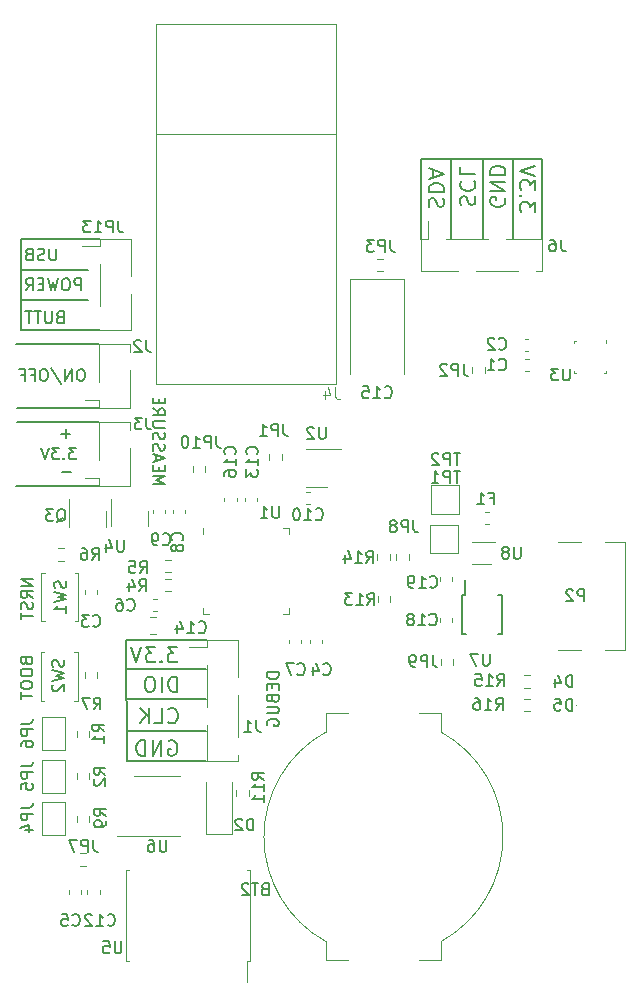
<source format=gbr>
%TF.GenerationSoftware,KiCad,Pcbnew,7.0.2*%
%TF.CreationDate,2024-06-10T16:57:37+03:00*%
%TF.ProjectId,STM32_NRF24L01_Sleep_mode,53544d33-325f-44e5-9246-32344c30315f,rev?*%
%TF.SameCoordinates,Original*%
%TF.FileFunction,Legend,Bot*%
%TF.FilePolarity,Positive*%
%FSLAX46Y46*%
G04 Gerber Fmt 4.6, Leading zero omitted, Abs format (unit mm)*
G04 Created by KiCad (PCBNEW 7.0.2) date 2024-06-10 16:57:37*
%MOMM*%
%LPD*%
G01*
G04 APERTURE LIST*
%ADD10C,0.150000*%
%ADD11C,0.200000*%
%ADD12C,0.100000*%
%ADD13C,0.120000*%
G04 APERTURE END LIST*
D10*
X-135550000Y-38037500D02*
X-135550000Y-44775000D01*
X-130275000Y-38012500D02*
X-130275000Y-44762500D01*
X-132825000Y-38012500D02*
X-132825000Y-44750000D01*
D11*
X-131002809Y-41334523D02*
X-130940904Y-41458333D01*
X-130940904Y-41458333D02*
X-130940904Y-41644047D01*
X-130940904Y-41644047D02*
X-131002809Y-41829761D01*
X-131002809Y-41829761D02*
X-131126619Y-41953571D01*
X-131126619Y-41953571D02*
X-131250428Y-42015476D01*
X-131250428Y-42015476D02*
X-131498047Y-42077380D01*
X-131498047Y-42077380D02*
X-131683761Y-42077380D01*
X-131683761Y-42077380D02*
X-131931380Y-42015476D01*
X-131931380Y-42015476D02*
X-132055190Y-41953571D01*
X-132055190Y-41953571D02*
X-132179000Y-41829761D01*
X-132179000Y-41829761D02*
X-132240904Y-41644047D01*
X-132240904Y-41644047D02*
X-132240904Y-41520238D01*
X-132240904Y-41520238D02*
X-132179000Y-41334523D01*
X-132179000Y-41334523D02*
X-132117095Y-41272619D01*
X-132117095Y-41272619D02*
X-131683761Y-41272619D01*
X-131683761Y-41272619D02*
X-131683761Y-41520238D01*
X-132240904Y-40715476D02*
X-130940904Y-40715476D01*
X-130940904Y-40715476D02*
X-132240904Y-39972619D01*
X-132240904Y-39972619D02*
X-130940904Y-39972619D01*
X-132240904Y-39353571D02*
X-130940904Y-39353571D01*
X-130940904Y-39353571D02*
X-130940904Y-39044047D01*
X-130940904Y-39044047D02*
X-131002809Y-38858333D01*
X-131002809Y-38858333D02*
X-131126619Y-38734523D01*
X-131126619Y-38734523D02*
X-131250428Y-38672618D01*
X-131250428Y-38672618D02*
X-131498047Y-38610714D01*
X-131498047Y-38610714D02*
X-131683761Y-38610714D01*
X-131683761Y-38610714D02*
X-131931380Y-38672618D01*
X-131931380Y-38672618D02*
X-132055190Y-38734523D01*
X-132055190Y-38734523D02*
X-132179000Y-38858333D01*
X-132179000Y-38858333D02*
X-132240904Y-39044047D01*
X-132240904Y-39044047D02*
X-132240904Y-39353571D01*
D10*
X-138075000Y-38012500D02*
X-138070000Y-44762500D01*
X-127825000Y-37987500D02*
X-127805000Y-44827500D01*
D11*
X-137354000Y-42102380D02*
X-137415904Y-41916666D01*
X-137415904Y-41916666D02*
X-137415904Y-41607142D01*
X-137415904Y-41607142D02*
X-137354000Y-41483333D01*
X-137354000Y-41483333D02*
X-137292095Y-41421428D01*
X-137292095Y-41421428D02*
X-137168285Y-41359523D01*
X-137168285Y-41359523D02*
X-137044476Y-41359523D01*
X-137044476Y-41359523D02*
X-136920666Y-41421428D01*
X-136920666Y-41421428D02*
X-136858761Y-41483333D01*
X-136858761Y-41483333D02*
X-136796857Y-41607142D01*
X-136796857Y-41607142D02*
X-136734952Y-41854761D01*
X-136734952Y-41854761D02*
X-136673047Y-41978571D01*
X-136673047Y-41978571D02*
X-136611142Y-42040476D01*
X-136611142Y-42040476D02*
X-136487333Y-42102380D01*
X-136487333Y-42102380D02*
X-136363523Y-42102380D01*
X-136363523Y-42102380D02*
X-136239714Y-42040476D01*
X-136239714Y-42040476D02*
X-136177809Y-41978571D01*
X-136177809Y-41978571D02*
X-136115904Y-41854761D01*
X-136115904Y-41854761D02*
X-136115904Y-41545238D01*
X-136115904Y-41545238D02*
X-136177809Y-41359523D01*
X-137415904Y-40802381D02*
X-136115904Y-40802381D01*
X-136115904Y-40802381D02*
X-136115904Y-40492857D01*
X-136115904Y-40492857D02*
X-136177809Y-40307143D01*
X-136177809Y-40307143D02*
X-136301619Y-40183333D01*
X-136301619Y-40183333D02*
X-136425428Y-40121428D01*
X-136425428Y-40121428D02*
X-136673047Y-40059524D01*
X-136673047Y-40059524D02*
X-136858761Y-40059524D01*
X-136858761Y-40059524D02*
X-137106380Y-40121428D01*
X-137106380Y-40121428D02*
X-137230190Y-40183333D01*
X-137230190Y-40183333D02*
X-137354000Y-40307143D01*
X-137354000Y-40307143D02*
X-137415904Y-40492857D01*
X-137415904Y-40492857D02*
X-137415904Y-40802381D01*
X-137044476Y-39564285D02*
X-137044476Y-38945238D01*
X-137415904Y-39688095D02*
X-136115904Y-39254762D01*
X-136115904Y-39254762D02*
X-137415904Y-38821428D01*
X-134704000Y-41927380D02*
X-134765904Y-41741666D01*
X-134765904Y-41741666D02*
X-134765904Y-41432142D01*
X-134765904Y-41432142D02*
X-134704000Y-41308333D01*
X-134704000Y-41308333D02*
X-134642095Y-41246428D01*
X-134642095Y-41246428D02*
X-134518285Y-41184523D01*
X-134518285Y-41184523D02*
X-134394476Y-41184523D01*
X-134394476Y-41184523D02*
X-134270666Y-41246428D01*
X-134270666Y-41246428D02*
X-134208761Y-41308333D01*
X-134208761Y-41308333D02*
X-134146857Y-41432142D01*
X-134146857Y-41432142D02*
X-134084952Y-41679761D01*
X-134084952Y-41679761D02*
X-134023047Y-41803571D01*
X-134023047Y-41803571D02*
X-133961142Y-41865476D01*
X-133961142Y-41865476D02*
X-133837333Y-41927380D01*
X-133837333Y-41927380D02*
X-133713523Y-41927380D01*
X-133713523Y-41927380D02*
X-133589714Y-41865476D01*
X-133589714Y-41865476D02*
X-133527809Y-41803571D01*
X-133527809Y-41803571D02*
X-133465904Y-41679761D01*
X-133465904Y-41679761D02*
X-133465904Y-41370238D01*
X-133465904Y-41370238D02*
X-133527809Y-41184523D01*
X-134642095Y-39884524D02*
X-134704000Y-39946428D01*
X-134704000Y-39946428D02*
X-134765904Y-40132143D01*
X-134765904Y-40132143D02*
X-134765904Y-40255952D01*
X-134765904Y-40255952D02*
X-134704000Y-40441666D01*
X-134704000Y-40441666D02*
X-134580190Y-40565476D01*
X-134580190Y-40565476D02*
X-134456380Y-40627381D01*
X-134456380Y-40627381D02*
X-134208761Y-40689285D01*
X-134208761Y-40689285D02*
X-134023047Y-40689285D01*
X-134023047Y-40689285D02*
X-133775428Y-40627381D01*
X-133775428Y-40627381D02*
X-133651619Y-40565476D01*
X-133651619Y-40565476D02*
X-133527809Y-40441666D01*
X-133527809Y-40441666D02*
X-133465904Y-40255952D01*
X-133465904Y-40255952D02*
X-133465904Y-40132143D01*
X-133465904Y-40132143D02*
X-133527809Y-39946428D01*
X-133527809Y-39946428D02*
X-133589714Y-39884524D01*
X-134765904Y-38708333D02*
X-134765904Y-39327381D01*
X-134765904Y-39327381D02*
X-133465904Y-39327381D01*
X-128390904Y-42489285D02*
X-128390904Y-41684523D01*
X-128390904Y-41684523D02*
X-128886142Y-42117857D01*
X-128886142Y-42117857D02*
X-128886142Y-41932142D01*
X-128886142Y-41932142D02*
X-128948047Y-41808333D01*
X-128948047Y-41808333D02*
X-129009952Y-41746428D01*
X-129009952Y-41746428D02*
X-129133761Y-41684523D01*
X-129133761Y-41684523D02*
X-129443285Y-41684523D01*
X-129443285Y-41684523D02*
X-129567095Y-41746428D01*
X-129567095Y-41746428D02*
X-129629000Y-41808333D01*
X-129629000Y-41808333D02*
X-129690904Y-41932142D01*
X-129690904Y-41932142D02*
X-129690904Y-42303571D01*
X-129690904Y-42303571D02*
X-129629000Y-42427380D01*
X-129629000Y-42427380D02*
X-129567095Y-42489285D01*
X-129567095Y-41127381D02*
X-129629000Y-41065476D01*
X-129629000Y-41065476D02*
X-129690904Y-41127381D01*
X-129690904Y-41127381D02*
X-129629000Y-41189285D01*
X-129629000Y-41189285D02*
X-129567095Y-41127381D01*
X-129567095Y-41127381D02*
X-129690904Y-41127381D01*
X-128390904Y-40632142D02*
X-128390904Y-39827380D01*
X-128390904Y-39827380D02*
X-128886142Y-40260714D01*
X-128886142Y-40260714D02*
X-128886142Y-40074999D01*
X-128886142Y-40074999D02*
X-128948047Y-39951190D01*
X-128948047Y-39951190D02*
X-129009952Y-39889285D01*
X-129009952Y-39889285D02*
X-129133761Y-39827380D01*
X-129133761Y-39827380D02*
X-129443285Y-39827380D01*
X-129443285Y-39827380D02*
X-129567095Y-39889285D01*
X-129567095Y-39889285D02*
X-129629000Y-39951190D01*
X-129629000Y-39951190D02*
X-129690904Y-40074999D01*
X-129690904Y-40074999D02*
X-129690904Y-40446428D01*
X-129690904Y-40446428D02*
X-129629000Y-40570237D01*
X-129629000Y-40570237D02*
X-129567095Y-40632142D01*
X-128390904Y-39455952D02*
X-129690904Y-39022619D01*
X-129690904Y-39022619D02*
X-128390904Y-38589285D01*
D10*
X-138075000Y-38012500D02*
X-127825000Y-37987500D01*
X-150122380Y-81488095D02*
X-151122380Y-81488095D01*
X-151122380Y-81488095D02*
X-151122380Y-81726190D01*
X-151122380Y-81726190D02*
X-151074761Y-81869047D01*
X-151074761Y-81869047D02*
X-150979523Y-81964285D01*
X-150979523Y-81964285D02*
X-150884285Y-82011904D01*
X-150884285Y-82011904D02*
X-150693809Y-82059523D01*
X-150693809Y-82059523D02*
X-150550952Y-82059523D01*
X-150550952Y-82059523D02*
X-150360476Y-82011904D01*
X-150360476Y-82011904D02*
X-150265238Y-81964285D01*
X-150265238Y-81964285D02*
X-150170000Y-81869047D01*
X-150170000Y-81869047D02*
X-150122380Y-81726190D01*
X-150122380Y-81726190D02*
X-150122380Y-81488095D01*
X-150646190Y-82488095D02*
X-150646190Y-82821428D01*
X-150122380Y-82964285D02*
X-150122380Y-82488095D01*
X-150122380Y-82488095D02*
X-151122380Y-82488095D01*
X-151122380Y-82488095D02*
X-151122380Y-82964285D01*
X-150646190Y-83726190D02*
X-150598571Y-83869047D01*
X-150598571Y-83869047D02*
X-150550952Y-83916666D01*
X-150550952Y-83916666D02*
X-150455714Y-83964285D01*
X-150455714Y-83964285D02*
X-150312857Y-83964285D01*
X-150312857Y-83964285D02*
X-150217619Y-83916666D01*
X-150217619Y-83916666D02*
X-150170000Y-83869047D01*
X-150170000Y-83869047D02*
X-150122380Y-83773809D01*
X-150122380Y-83773809D02*
X-150122380Y-83392857D01*
X-150122380Y-83392857D02*
X-151122380Y-83392857D01*
X-151122380Y-83392857D02*
X-151122380Y-83726190D01*
X-151122380Y-83726190D02*
X-151074761Y-83821428D01*
X-151074761Y-83821428D02*
X-151027142Y-83869047D01*
X-151027142Y-83869047D02*
X-150931904Y-83916666D01*
X-150931904Y-83916666D02*
X-150836666Y-83916666D01*
X-150836666Y-83916666D02*
X-150741428Y-83869047D01*
X-150741428Y-83869047D02*
X-150693809Y-83821428D01*
X-150693809Y-83821428D02*
X-150646190Y-83726190D01*
X-150646190Y-83726190D02*
X-150646190Y-83392857D01*
X-151122380Y-84392857D02*
X-150312857Y-84392857D01*
X-150312857Y-84392857D02*
X-150217619Y-84440476D01*
X-150217619Y-84440476D02*
X-150170000Y-84488095D01*
X-150170000Y-84488095D02*
X-150122380Y-84583333D01*
X-150122380Y-84583333D02*
X-150122380Y-84773809D01*
X-150122380Y-84773809D02*
X-150170000Y-84869047D01*
X-150170000Y-84869047D02*
X-150217619Y-84916666D01*
X-150217619Y-84916666D02*
X-150312857Y-84964285D01*
X-150312857Y-84964285D02*
X-151122380Y-84964285D01*
X-151074761Y-85964285D02*
X-151122380Y-85869047D01*
X-151122380Y-85869047D02*
X-151122380Y-85726190D01*
X-151122380Y-85726190D02*
X-151074761Y-85583333D01*
X-151074761Y-85583333D02*
X-150979523Y-85488095D01*
X-150979523Y-85488095D02*
X-150884285Y-85440476D01*
X-150884285Y-85440476D02*
X-150693809Y-85392857D01*
X-150693809Y-85392857D02*
X-150550952Y-85392857D01*
X-150550952Y-85392857D02*
X-150360476Y-85440476D01*
X-150360476Y-85440476D02*
X-150265238Y-85488095D01*
X-150265238Y-85488095D02*
X-150170000Y-85583333D01*
X-150170000Y-85583333D02*
X-150122380Y-85726190D01*
X-150122380Y-85726190D02*
X-150122380Y-85821428D01*
X-150122380Y-85821428D02*
X-150170000Y-85964285D01*
X-150170000Y-85964285D02*
X-150217619Y-86011904D01*
X-150217619Y-86011904D02*
X-150550952Y-86011904D01*
X-150550952Y-86011904D02*
X-150550952Y-85821428D01*
X-167788095Y-61296666D02*
X-168550000Y-61296666D01*
X-168169047Y-61677619D02*
X-168169047Y-60915714D01*
X-167738095Y-64521666D02*
X-168500000Y-64521666D01*
X-167267857Y-62452619D02*
X-167886904Y-62452619D01*
X-167886904Y-62452619D02*
X-167553571Y-62833571D01*
X-167553571Y-62833571D02*
X-167696428Y-62833571D01*
X-167696428Y-62833571D02*
X-167791666Y-62881190D01*
X-167791666Y-62881190D02*
X-167839285Y-62928809D01*
X-167839285Y-62928809D02*
X-167886904Y-63024047D01*
X-167886904Y-63024047D02*
X-167886904Y-63262142D01*
X-167886904Y-63262142D02*
X-167839285Y-63357380D01*
X-167839285Y-63357380D02*
X-167791666Y-63405000D01*
X-167791666Y-63405000D02*
X-167696428Y-63452619D01*
X-167696428Y-63452619D02*
X-167410714Y-63452619D01*
X-167410714Y-63452619D02*
X-167315476Y-63405000D01*
X-167315476Y-63405000D02*
X-167267857Y-63357380D01*
X-168315476Y-63357380D02*
X-168363095Y-63405000D01*
X-168363095Y-63405000D02*
X-168315476Y-63452619D01*
X-168315476Y-63452619D02*
X-168267857Y-63405000D01*
X-168267857Y-63405000D02*
X-168315476Y-63357380D01*
X-168315476Y-63357380D02*
X-168315476Y-63452619D01*
X-168696428Y-62452619D02*
X-169315475Y-62452619D01*
X-169315475Y-62452619D02*
X-168982142Y-62833571D01*
X-168982142Y-62833571D02*
X-169124999Y-62833571D01*
X-169124999Y-62833571D02*
X-169220237Y-62881190D01*
X-169220237Y-62881190D02*
X-169267856Y-62928809D01*
X-169267856Y-62928809D02*
X-169315475Y-63024047D01*
X-169315475Y-63024047D02*
X-169315475Y-63262142D01*
X-169315475Y-63262142D02*
X-169267856Y-63357380D01*
X-169267856Y-63357380D02*
X-169220237Y-63405000D01*
X-169220237Y-63405000D02*
X-169124999Y-63452619D01*
X-169124999Y-63452619D02*
X-168839285Y-63452619D01*
X-168839285Y-63452619D02*
X-168744047Y-63405000D01*
X-168744047Y-63405000D02*
X-168696428Y-63357380D01*
X-169601190Y-62452619D02*
X-169934523Y-63452619D01*
X-169934523Y-63452619D02*
X-170267856Y-62452619D01*
X-166778571Y-55802619D02*
X-166969047Y-55802619D01*
X-166969047Y-55802619D02*
X-167064285Y-55850238D01*
X-167064285Y-55850238D02*
X-167159523Y-55945476D01*
X-167159523Y-55945476D02*
X-167207142Y-56135952D01*
X-167207142Y-56135952D02*
X-167207142Y-56469285D01*
X-167207142Y-56469285D02*
X-167159523Y-56659761D01*
X-167159523Y-56659761D02*
X-167064285Y-56755000D01*
X-167064285Y-56755000D02*
X-166969047Y-56802619D01*
X-166969047Y-56802619D02*
X-166778571Y-56802619D01*
X-166778571Y-56802619D02*
X-166683333Y-56755000D01*
X-166683333Y-56755000D02*
X-166588095Y-56659761D01*
X-166588095Y-56659761D02*
X-166540476Y-56469285D01*
X-166540476Y-56469285D02*
X-166540476Y-56135952D01*
X-166540476Y-56135952D02*
X-166588095Y-55945476D01*
X-166588095Y-55945476D02*
X-166683333Y-55850238D01*
X-166683333Y-55850238D02*
X-166778571Y-55802619D01*
X-167635714Y-56802619D02*
X-167635714Y-55802619D01*
X-167635714Y-55802619D02*
X-168207142Y-56802619D01*
X-168207142Y-56802619D02*
X-168207142Y-55802619D01*
X-169397618Y-55755000D02*
X-168540476Y-57040714D01*
X-169921428Y-55802619D02*
X-170111904Y-55802619D01*
X-170111904Y-55802619D02*
X-170207142Y-55850238D01*
X-170207142Y-55850238D02*
X-170302380Y-55945476D01*
X-170302380Y-55945476D02*
X-170349999Y-56135952D01*
X-170349999Y-56135952D02*
X-170349999Y-56469285D01*
X-170349999Y-56469285D02*
X-170302380Y-56659761D01*
X-170302380Y-56659761D02*
X-170207142Y-56755000D01*
X-170207142Y-56755000D02*
X-170111904Y-56802619D01*
X-170111904Y-56802619D02*
X-169921428Y-56802619D01*
X-169921428Y-56802619D02*
X-169826190Y-56755000D01*
X-169826190Y-56755000D02*
X-169730952Y-56659761D01*
X-169730952Y-56659761D02*
X-169683333Y-56469285D01*
X-169683333Y-56469285D02*
X-169683333Y-56135952D01*
X-169683333Y-56135952D02*
X-169730952Y-55945476D01*
X-169730952Y-55945476D02*
X-169826190Y-55850238D01*
X-169826190Y-55850238D02*
X-169921428Y-55802619D01*
X-171111904Y-56278809D02*
X-170778571Y-56278809D01*
X-170778571Y-56802619D02*
X-170778571Y-55802619D01*
X-170778571Y-55802619D02*
X-171254761Y-55802619D01*
X-171969047Y-56278809D02*
X-171635714Y-56278809D01*
X-171635714Y-56802619D02*
X-171635714Y-55802619D01*
X-171635714Y-55802619D02*
X-172111904Y-55802619D01*
X-171950000Y-44800000D02*
X-171950000Y-52500000D01*
X-166250000Y-49925000D02*
X-171950000Y-49925000D01*
X-166300000Y-47375000D02*
X-171950000Y-47375000D01*
X-168963095Y-45602619D02*
X-168963095Y-46412142D01*
X-168963095Y-46412142D02*
X-169010714Y-46507380D01*
X-169010714Y-46507380D02*
X-169058333Y-46555000D01*
X-169058333Y-46555000D02*
X-169153571Y-46602619D01*
X-169153571Y-46602619D02*
X-169344047Y-46602619D01*
X-169344047Y-46602619D02*
X-169439285Y-46555000D01*
X-169439285Y-46555000D02*
X-169486904Y-46507380D01*
X-169486904Y-46507380D02*
X-169534523Y-46412142D01*
X-169534523Y-46412142D02*
X-169534523Y-45602619D01*
X-169963095Y-46555000D02*
X-170105952Y-46602619D01*
X-170105952Y-46602619D02*
X-170344047Y-46602619D01*
X-170344047Y-46602619D02*
X-170439285Y-46555000D01*
X-170439285Y-46555000D02*
X-170486904Y-46507380D01*
X-170486904Y-46507380D02*
X-170534523Y-46412142D01*
X-170534523Y-46412142D02*
X-170534523Y-46316904D01*
X-170534523Y-46316904D02*
X-170486904Y-46221666D01*
X-170486904Y-46221666D02*
X-170439285Y-46174047D01*
X-170439285Y-46174047D02*
X-170344047Y-46126428D01*
X-170344047Y-46126428D02*
X-170153571Y-46078809D01*
X-170153571Y-46078809D02*
X-170058333Y-46031190D01*
X-170058333Y-46031190D02*
X-170010714Y-45983571D01*
X-170010714Y-45983571D02*
X-169963095Y-45888333D01*
X-169963095Y-45888333D02*
X-169963095Y-45793095D01*
X-169963095Y-45793095D02*
X-170010714Y-45697857D01*
X-170010714Y-45697857D02*
X-170058333Y-45650238D01*
X-170058333Y-45650238D02*
X-170153571Y-45602619D01*
X-170153571Y-45602619D02*
X-170391666Y-45602619D01*
X-170391666Y-45602619D02*
X-170534523Y-45650238D01*
X-171296428Y-46078809D02*
X-171439285Y-46126428D01*
X-171439285Y-46126428D02*
X-171486904Y-46174047D01*
X-171486904Y-46174047D02*
X-171534523Y-46269285D01*
X-171534523Y-46269285D02*
X-171534523Y-46412142D01*
X-171534523Y-46412142D02*
X-171486904Y-46507380D01*
X-171486904Y-46507380D02*
X-171439285Y-46555000D01*
X-171439285Y-46555000D02*
X-171344047Y-46602619D01*
X-171344047Y-46602619D02*
X-170963095Y-46602619D01*
X-170963095Y-46602619D02*
X-170963095Y-45602619D01*
X-170963095Y-45602619D02*
X-171296428Y-45602619D01*
X-171296428Y-45602619D02*
X-171391666Y-45650238D01*
X-171391666Y-45650238D02*
X-171439285Y-45697857D01*
X-171439285Y-45697857D02*
X-171486904Y-45793095D01*
X-171486904Y-45793095D02*
X-171486904Y-45888333D01*
X-171486904Y-45888333D02*
X-171439285Y-45983571D01*
X-171439285Y-45983571D02*
X-171391666Y-46031190D01*
X-171391666Y-46031190D02*
X-171296428Y-46078809D01*
X-171296428Y-46078809D02*
X-170963095Y-46078809D01*
X-166863095Y-49127619D02*
X-166863095Y-48127619D01*
X-166863095Y-48127619D02*
X-167244047Y-48127619D01*
X-167244047Y-48127619D02*
X-167339285Y-48175238D01*
X-167339285Y-48175238D02*
X-167386904Y-48222857D01*
X-167386904Y-48222857D02*
X-167434523Y-48318095D01*
X-167434523Y-48318095D02*
X-167434523Y-48460952D01*
X-167434523Y-48460952D02*
X-167386904Y-48556190D01*
X-167386904Y-48556190D02*
X-167339285Y-48603809D01*
X-167339285Y-48603809D02*
X-167244047Y-48651428D01*
X-167244047Y-48651428D02*
X-166863095Y-48651428D01*
X-168053571Y-48127619D02*
X-168244047Y-48127619D01*
X-168244047Y-48127619D02*
X-168339285Y-48175238D01*
X-168339285Y-48175238D02*
X-168434523Y-48270476D01*
X-168434523Y-48270476D02*
X-168482142Y-48460952D01*
X-168482142Y-48460952D02*
X-168482142Y-48794285D01*
X-168482142Y-48794285D02*
X-168434523Y-48984761D01*
X-168434523Y-48984761D02*
X-168339285Y-49080000D01*
X-168339285Y-49080000D02*
X-168244047Y-49127619D01*
X-168244047Y-49127619D02*
X-168053571Y-49127619D01*
X-168053571Y-49127619D02*
X-167958333Y-49080000D01*
X-167958333Y-49080000D02*
X-167863095Y-48984761D01*
X-167863095Y-48984761D02*
X-167815476Y-48794285D01*
X-167815476Y-48794285D02*
X-167815476Y-48460952D01*
X-167815476Y-48460952D02*
X-167863095Y-48270476D01*
X-167863095Y-48270476D02*
X-167958333Y-48175238D01*
X-167958333Y-48175238D02*
X-168053571Y-48127619D01*
X-168815476Y-48127619D02*
X-169053571Y-49127619D01*
X-169053571Y-49127619D02*
X-169244047Y-48413333D01*
X-169244047Y-48413333D02*
X-169434523Y-49127619D01*
X-169434523Y-49127619D02*
X-169672619Y-48127619D01*
X-170053571Y-48603809D02*
X-170386904Y-48603809D01*
X-170529761Y-49127619D02*
X-170053571Y-49127619D01*
X-170053571Y-49127619D02*
X-170053571Y-48127619D01*
X-170053571Y-48127619D02*
X-170529761Y-48127619D01*
X-171529761Y-49127619D02*
X-171196428Y-48651428D01*
X-170958333Y-49127619D02*
X-170958333Y-48127619D01*
X-170958333Y-48127619D02*
X-171339285Y-48127619D01*
X-171339285Y-48127619D02*
X-171434523Y-48175238D01*
X-171434523Y-48175238D02*
X-171482142Y-48222857D01*
X-171482142Y-48222857D02*
X-171529761Y-48318095D01*
X-171529761Y-48318095D02*
X-171529761Y-48460952D01*
X-171529761Y-48460952D02*
X-171482142Y-48556190D01*
X-171482142Y-48556190D02*
X-171434523Y-48603809D01*
X-171434523Y-48603809D02*
X-171339285Y-48651428D01*
X-171339285Y-48651428D02*
X-170958333Y-48651428D01*
X-168671428Y-51403809D02*
X-168814285Y-51451428D01*
X-168814285Y-51451428D02*
X-168861904Y-51499047D01*
X-168861904Y-51499047D02*
X-168909523Y-51594285D01*
X-168909523Y-51594285D02*
X-168909523Y-51737142D01*
X-168909523Y-51737142D02*
X-168861904Y-51832380D01*
X-168861904Y-51832380D02*
X-168814285Y-51880000D01*
X-168814285Y-51880000D02*
X-168719047Y-51927619D01*
X-168719047Y-51927619D02*
X-168338095Y-51927619D01*
X-168338095Y-51927619D02*
X-168338095Y-50927619D01*
X-168338095Y-50927619D02*
X-168671428Y-50927619D01*
X-168671428Y-50927619D02*
X-168766666Y-50975238D01*
X-168766666Y-50975238D02*
X-168814285Y-51022857D01*
X-168814285Y-51022857D02*
X-168861904Y-51118095D01*
X-168861904Y-51118095D02*
X-168861904Y-51213333D01*
X-168861904Y-51213333D02*
X-168814285Y-51308571D01*
X-168814285Y-51308571D02*
X-168766666Y-51356190D01*
X-168766666Y-51356190D02*
X-168671428Y-51403809D01*
X-168671428Y-51403809D02*
X-168338095Y-51403809D01*
X-169338095Y-50927619D02*
X-169338095Y-51737142D01*
X-169338095Y-51737142D02*
X-169385714Y-51832380D01*
X-169385714Y-51832380D02*
X-169433333Y-51880000D01*
X-169433333Y-51880000D02*
X-169528571Y-51927619D01*
X-169528571Y-51927619D02*
X-169719047Y-51927619D01*
X-169719047Y-51927619D02*
X-169814285Y-51880000D01*
X-169814285Y-51880000D02*
X-169861904Y-51832380D01*
X-169861904Y-51832380D02*
X-169909523Y-51737142D01*
X-169909523Y-51737142D02*
X-169909523Y-50927619D01*
X-170242857Y-50927619D02*
X-170814285Y-50927619D01*
X-170528571Y-51927619D02*
X-170528571Y-50927619D01*
X-171004762Y-50927619D02*
X-171576190Y-50927619D01*
X-171290476Y-51927619D02*
X-171290476Y-50927619D01*
X-165275000Y-44790000D02*
X-171950000Y-44800000D01*
X-165275000Y-52530000D02*
X-171950000Y-52500000D01*
X-165330000Y-53700000D02*
X-172350000Y-53700000D01*
X-165330000Y-59100000D02*
X-172300000Y-59100000D01*
X-165330000Y-60300000D02*
X-172300000Y-60300000D01*
X-165330000Y-65700000D02*
X-172350000Y-65700000D01*
X-163000000Y-81200000D02*
X-156250000Y-81200000D01*
X-163000000Y-83750000D02*
X-156262500Y-83750000D01*
X-162975000Y-86475000D02*
X-156237500Y-86475000D01*
X-163025000Y-78750000D02*
X-156185000Y-78730000D01*
X-163000000Y-89000000D02*
X-163025000Y-78750000D01*
X-163000000Y-89000000D02*
X-156250000Y-88995000D01*
D11*
X-159440476Y-87302809D02*
X-159316666Y-87240904D01*
X-159316666Y-87240904D02*
X-159130952Y-87240904D01*
X-159130952Y-87240904D02*
X-158945238Y-87302809D01*
X-158945238Y-87302809D02*
X-158821428Y-87426619D01*
X-158821428Y-87426619D02*
X-158759523Y-87550428D01*
X-158759523Y-87550428D02*
X-158697619Y-87798047D01*
X-158697619Y-87798047D02*
X-158697619Y-87983761D01*
X-158697619Y-87983761D02*
X-158759523Y-88231380D01*
X-158759523Y-88231380D02*
X-158821428Y-88355190D01*
X-158821428Y-88355190D02*
X-158945238Y-88479000D01*
X-158945238Y-88479000D02*
X-159130952Y-88540904D01*
X-159130952Y-88540904D02*
X-159254761Y-88540904D01*
X-159254761Y-88540904D02*
X-159440476Y-88479000D01*
X-159440476Y-88479000D02*
X-159502380Y-88417095D01*
X-159502380Y-88417095D02*
X-159502380Y-87983761D01*
X-159502380Y-87983761D02*
X-159254761Y-87983761D01*
X-160059523Y-88540904D02*
X-160059523Y-87240904D01*
X-160059523Y-87240904D02*
X-160802380Y-88540904D01*
X-160802380Y-88540904D02*
X-160802380Y-87240904D01*
X-161421428Y-88540904D02*
X-161421428Y-87240904D01*
X-161421428Y-87240904D02*
X-161730952Y-87240904D01*
X-161730952Y-87240904D02*
X-161916666Y-87302809D01*
X-161916666Y-87302809D02*
X-162040476Y-87426619D01*
X-162040476Y-87426619D02*
X-162102381Y-87550428D01*
X-162102381Y-87550428D02*
X-162164285Y-87798047D01*
X-162164285Y-87798047D02*
X-162164285Y-87983761D01*
X-162164285Y-87983761D02*
X-162102381Y-88231380D01*
X-162102381Y-88231380D02*
X-162040476Y-88355190D01*
X-162040476Y-88355190D02*
X-161916666Y-88479000D01*
X-161916666Y-88479000D02*
X-161730952Y-88540904D01*
X-161730952Y-88540904D02*
X-161421428Y-88540904D01*
X-159477380Y-85667095D02*
X-159415476Y-85729000D01*
X-159415476Y-85729000D02*
X-159229761Y-85790904D01*
X-159229761Y-85790904D02*
X-159105952Y-85790904D01*
X-159105952Y-85790904D02*
X-158920238Y-85729000D01*
X-158920238Y-85729000D02*
X-158796428Y-85605190D01*
X-158796428Y-85605190D02*
X-158734523Y-85481380D01*
X-158734523Y-85481380D02*
X-158672619Y-85233761D01*
X-158672619Y-85233761D02*
X-158672619Y-85048047D01*
X-158672619Y-85048047D02*
X-158734523Y-84800428D01*
X-158734523Y-84800428D02*
X-158796428Y-84676619D01*
X-158796428Y-84676619D02*
X-158920238Y-84552809D01*
X-158920238Y-84552809D02*
X-159105952Y-84490904D01*
X-159105952Y-84490904D02*
X-159229761Y-84490904D01*
X-159229761Y-84490904D02*
X-159415476Y-84552809D01*
X-159415476Y-84552809D02*
X-159477380Y-84614714D01*
X-160653571Y-85790904D02*
X-160034523Y-85790904D01*
X-160034523Y-85790904D02*
X-160034523Y-84490904D01*
X-161086904Y-85790904D02*
X-161086904Y-84490904D01*
X-161829761Y-85790904D02*
X-161272619Y-85048047D01*
X-161829761Y-84490904D02*
X-161086904Y-85233761D01*
X-158734523Y-83140904D02*
X-158734523Y-81840904D01*
X-158734523Y-81840904D02*
X-159044047Y-81840904D01*
X-159044047Y-81840904D02*
X-159229761Y-81902809D01*
X-159229761Y-81902809D02*
X-159353571Y-82026619D01*
X-159353571Y-82026619D02*
X-159415476Y-82150428D01*
X-159415476Y-82150428D02*
X-159477380Y-82398047D01*
X-159477380Y-82398047D02*
X-159477380Y-82583761D01*
X-159477380Y-82583761D02*
X-159415476Y-82831380D01*
X-159415476Y-82831380D02*
X-159353571Y-82955190D01*
X-159353571Y-82955190D02*
X-159229761Y-83079000D01*
X-159229761Y-83079000D02*
X-159044047Y-83140904D01*
X-159044047Y-83140904D02*
X-158734523Y-83140904D01*
X-160034523Y-83140904D02*
X-160034523Y-81840904D01*
X-160901190Y-81840904D02*
X-161148809Y-81840904D01*
X-161148809Y-81840904D02*
X-161272619Y-81902809D01*
X-161272619Y-81902809D02*
X-161396428Y-82026619D01*
X-161396428Y-82026619D02*
X-161458333Y-82274238D01*
X-161458333Y-82274238D02*
X-161458333Y-82707571D01*
X-161458333Y-82707571D02*
X-161396428Y-82955190D01*
X-161396428Y-82955190D02*
X-161272619Y-83079000D01*
X-161272619Y-83079000D02*
X-161148809Y-83140904D01*
X-161148809Y-83140904D02*
X-160901190Y-83140904D01*
X-160901190Y-83140904D02*
X-160777381Y-83079000D01*
X-160777381Y-83079000D02*
X-160653571Y-82955190D01*
X-160653571Y-82955190D02*
X-160591667Y-82707571D01*
X-160591667Y-82707571D02*
X-160591667Y-82274238D01*
X-160591667Y-82274238D02*
X-160653571Y-82026619D01*
X-160653571Y-82026619D02*
X-160777381Y-81902809D01*
X-160777381Y-81902809D02*
X-160901190Y-81840904D01*
X-158710714Y-79340904D02*
X-159515476Y-79340904D01*
X-159515476Y-79340904D02*
X-159082142Y-79836142D01*
X-159082142Y-79836142D02*
X-159267857Y-79836142D01*
X-159267857Y-79836142D02*
X-159391666Y-79898047D01*
X-159391666Y-79898047D02*
X-159453571Y-79959952D01*
X-159453571Y-79959952D02*
X-159515476Y-80083761D01*
X-159515476Y-80083761D02*
X-159515476Y-80393285D01*
X-159515476Y-80393285D02*
X-159453571Y-80517095D01*
X-159453571Y-80517095D02*
X-159391666Y-80579000D01*
X-159391666Y-80579000D02*
X-159267857Y-80640904D01*
X-159267857Y-80640904D02*
X-158896428Y-80640904D01*
X-158896428Y-80640904D02*
X-158772619Y-80579000D01*
X-158772619Y-80579000D02*
X-158710714Y-80517095D01*
X-160072618Y-80517095D02*
X-160134523Y-80579000D01*
X-160134523Y-80579000D02*
X-160072618Y-80640904D01*
X-160072618Y-80640904D02*
X-160010714Y-80579000D01*
X-160010714Y-80579000D02*
X-160072618Y-80517095D01*
X-160072618Y-80517095D02*
X-160072618Y-80640904D01*
X-160567857Y-79340904D02*
X-161372619Y-79340904D01*
X-161372619Y-79340904D02*
X-160939285Y-79836142D01*
X-160939285Y-79836142D02*
X-161125000Y-79836142D01*
X-161125000Y-79836142D02*
X-161248809Y-79898047D01*
X-161248809Y-79898047D02*
X-161310714Y-79959952D01*
X-161310714Y-79959952D02*
X-161372619Y-80083761D01*
X-161372619Y-80083761D02*
X-161372619Y-80393285D01*
X-161372619Y-80393285D02*
X-161310714Y-80517095D01*
X-161310714Y-80517095D02*
X-161248809Y-80579000D01*
X-161248809Y-80579000D02*
X-161125000Y-80640904D01*
X-161125000Y-80640904D02*
X-160753571Y-80640904D01*
X-160753571Y-80640904D02*
X-160629762Y-80579000D01*
X-160629762Y-80579000D02*
X-160567857Y-80517095D01*
X-161744047Y-79340904D02*
X-162177380Y-80640904D01*
X-162177380Y-80640904D02*
X-162610714Y-79340904D01*
D10*
X-160777619Y-65561904D02*
X-159777619Y-65561904D01*
X-159777619Y-65561904D02*
X-160491904Y-65228571D01*
X-160491904Y-65228571D02*
X-159777619Y-64895238D01*
X-159777619Y-64895238D02*
X-160777619Y-64895238D01*
X-160253809Y-64419047D02*
X-160253809Y-64085714D01*
X-160777619Y-63942857D02*
X-160777619Y-64419047D01*
X-160777619Y-64419047D02*
X-159777619Y-64419047D01*
X-159777619Y-64419047D02*
X-159777619Y-63942857D01*
X-160491904Y-63561904D02*
X-160491904Y-63085714D01*
X-160777619Y-63657142D02*
X-159777619Y-63323809D01*
X-159777619Y-63323809D02*
X-160777619Y-62990476D01*
X-160730000Y-62704761D02*
X-160777619Y-62561904D01*
X-160777619Y-62561904D02*
X-160777619Y-62323809D01*
X-160777619Y-62323809D02*
X-160730000Y-62228571D01*
X-160730000Y-62228571D02*
X-160682380Y-62180952D01*
X-160682380Y-62180952D02*
X-160587142Y-62133333D01*
X-160587142Y-62133333D02*
X-160491904Y-62133333D01*
X-160491904Y-62133333D02*
X-160396666Y-62180952D01*
X-160396666Y-62180952D02*
X-160349047Y-62228571D01*
X-160349047Y-62228571D02*
X-160301428Y-62323809D01*
X-160301428Y-62323809D02*
X-160253809Y-62514285D01*
X-160253809Y-62514285D02*
X-160206190Y-62609523D01*
X-160206190Y-62609523D02*
X-160158571Y-62657142D01*
X-160158571Y-62657142D02*
X-160063333Y-62704761D01*
X-160063333Y-62704761D02*
X-159968095Y-62704761D01*
X-159968095Y-62704761D02*
X-159872857Y-62657142D01*
X-159872857Y-62657142D02*
X-159825238Y-62609523D01*
X-159825238Y-62609523D02*
X-159777619Y-62514285D01*
X-159777619Y-62514285D02*
X-159777619Y-62276190D01*
X-159777619Y-62276190D02*
X-159825238Y-62133333D01*
X-160730000Y-61752380D02*
X-160777619Y-61609523D01*
X-160777619Y-61609523D02*
X-160777619Y-61371428D01*
X-160777619Y-61371428D02*
X-160730000Y-61276190D01*
X-160730000Y-61276190D02*
X-160682380Y-61228571D01*
X-160682380Y-61228571D02*
X-160587142Y-61180952D01*
X-160587142Y-61180952D02*
X-160491904Y-61180952D01*
X-160491904Y-61180952D02*
X-160396666Y-61228571D01*
X-160396666Y-61228571D02*
X-160349047Y-61276190D01*
X-160349047Y-61276190D02*
X-160301428Y-61371428D01*
X-160301428Y-61371428D02*
X-160253809Y-61561904D01*
X-160253809Y-61561904D02*
X-160206190Y-61657142D01*
X-160206190Y-61657142D02*
X-160158571Y-61704761D01*
X-160158571Y-61704761D02*
X-160063333Y-61752380D01*
X-160063333Y-61752380D02*
X-159968095Y-61752380D01*
X-159968095Y-61752380D02*
X-159872857Y-61704761D01*
X-159872857Y-61704761D02*
X-159825238Y-61657142D01*
X-159825238Y-61657142D02*
X-159777619Y-61561904D01*
X-159777619Y-61561904D02*
X-159777619Y-61323809D01*
X-159777619Y-61323809D02*
X-159825238Y-61180952D01*
X-159777619Y-60752380D02*
X-160587142Y-60752380D01*
X-160587142Y-60752380D02*
X-160682380Y-60704761D01*
X-160682380Y-60704761D02*
X-160730000Y-60657142D01*
X-160730000Y-60657142D02*
X-160777619Y-60561904D01*
X-160777619Y-60561904D02*
X-160777619Y-60371428D01*
X-160777619Y-60371428D02*
X-160730000Y-60276190D01*
X-160730000Y-60276190D02*
X-160682380Y-60228571D01*
X-160682380Y-60228571D02*
X-160587142Y-60180952D01*
X-160587142Y-60180952D02*
X-159777619Y-60180952D01*
X-160777619Y-59133333D02*
X-160301428Y-59466666D01*
X-160777619Y-59704761D02*
X-159777619Y-59704761D01*
X-159777619Y-59704761D02*
X-159777619Y-59323809D01*
X-159777619Y-59323809D02*
X-159825238Y-59228571D01*
X-159825238Y-59228571D02*
X-159872857Y-59180952D01*
X-159872857Y-59180952D02*
X-159968095Y-59133333D01*
X-159968095Y-59133333D02*
X-160110952Y-59133333D01*
X-160110952Y-59133333D02*
X-160206190Y-59180952D01*
X-160206190Y-59180952D02*
X-160253809Y-59228571D01*
X-160253809Y-59228571D02*
X-160301428Y-59323809D01*
X-160301428Y-59323809D02*
X-160301428Y-59704761D01*
X-160253809Y-58704761D02*
X-160253809Y-58371428D01*
X-160777619Y-58228571D02*
X-160777619Y-58704761D01*
X-160777619Y-58704761D02*
X-159777619Y-58704761D01*
X-159777619Y-58704761D02*
X-159777619Y-58228571D01*
X-170947380Y-73563095D02*
X-171947380Y-73563095D01*
X-171947380Y-73563095D02*
X-170947380Y-74134523D01*
X-170947380Y-74134523D02*
X-171947380Y-74134523D01*
X-170947380Y-75182142D02*
X-171423571Y-74848809D01*
X-170947380Y-74610714D02*
X-171947380Y-74610714D01*
X-171947380Y-74610714D02*
X-171947380Y-74991666D01*
X-171947380Y-74991666D02*
X-171899761Y-75086904D01*
X-171899761Y-75086904D02*
X-171852142Y-75134523D01*
X-171852142Y-75134523D02*
X-171756904Y-75182142D01*
X-171756904Y-75182142D02*
X-171614047Y-75182142D01*
X-171614047Y-75182142D02*
X-171518809Y-75134523D01*
X-171518809Y-75134523D02*
X-171471190Y-75086904D01*
X-171471190Y-75086904D02*
X-171423571Y-74991666D01*
X-171423571Y-74991666D02*
X-171423571Y-74610714D01*
X-170995000Y-75563095D02*
X-170947380Y-75705952D01*
X-170947380Y-75705952D02*
X-170947380Y-75944047D01*
X-170947380Y-75944047D02*
X-170995000Y-76039285D01*
X-170995000Y-76039285D02*
X-171042619Y-76086904D01*
X-171042619Y-76086904D02*
X-171137857Y-76134523D01*
X-171137857Y-76134523D02*
X-171233095Y-76134523D01*
X-171233095Y-76134523D02*
X-171328333Y-76086904D01*
X-171328333Y-76086904D02*
X-171375952Y-76039285D01*
X-171375952Y-76039285D02*
X-171423571Y-75944047D01*
X-171423571Y-75944047D02*
X-171471190Y-75753571D01*
X-171471190Y-75753571D02*
X-171518809Y-75658333D01*
X-171518809Y-75658333D02*
X-171566428Y-75610714D01*
X-171566428Y-75610714D02*
X-171661666Y-75563095D01*
X-171661666Y-75563095D02*
X-171756904Y-75563095D01*
X-171756904Y-75563095D02*
X-171852142Y-75610714D01*
X-171852142Y-75610714D02*
X-171899761Y-75658333D01*
X-171899761Y-75658333D02*
X-171947380Y-75753571D01*
X-171947380Y-75753571D02*
X-171947380Y-75991666D01*
X-171947380Y-75991666D02*
X-171899761Y-76134523D01*
X-171947380Y-76420238D02*
X-171947380Y-76991666D01*
X-170947380Y-76705952D02*
X-171947380Y-76705952D01*
X-171496190Y-80546428D02*
X-171448571Y-80689285D01*
X-171448571Y-80689285D02*
X-171400952Y-80736904D01*
X-171400952Y-80736904D02*
X-171305714Y-80784523D01*
X-171305714Y-80784523D02*
X-171162857Y-80784523D01*
X-171162857Y-80784523D02*
X-171067619Y-80736904D01*
X-171067619Y-80736904D02*
X-171020000Y-80689285D01*
X-171020000Y-80689285D02*
X-170972380Y-80594047D01*
X-170972380Y-80594047D02*
X-170972380Y-80213095D01*
X-170972380Y-80213095D02*
X-171972380Y-80213095D01*
X-171972380Y-80213095D02*
X-171972380Y-80546428D01*
X-171972380Y-80546428D02*
X-171924761Y-80641666D01*
X-171924761Y-80641666D02*
X-171877142Y-80689285D01*
X-171877142Y-80689285D02*
X-171781904Y-80736904D01*
X-171781904Y-80736904D02*
X-171686666Y-80736904D01*
X-171686666Y-80736904D02*
X-171591428Y-80689285D01*
X-171591428Y-80689285D02*
X-171543809Y-80641666D01*
X-171543809Y-80641666D02*
X-171496190Y-80546428D01*
X-171496190Y-80546428D02*
X-171496190Y-80213095D01*
X-171972380Y-81403571D02*
X-171972380Y-81594047D01*
X-171972380Y-81594047D02*
X-171924761Y-81689285D01*
X-171924761Y-81689285D02*
X-171829523Y-81784523D01*
X-171829523Y-81784523D02*
X-171639047Y-81832142D01*
X-171639047Y-81832142D02*
X-171305714Y-81832142D01*
X-171305714Y-81832142D02*
X-171115238Y-81784523D01*
X-171115238Y-81784523D02*
X-171020000Y-81689285D01*
X-171020000Y-81689285D02*
X-170972380Y-81594047D01*
X-170972380Y-81594047D02*
X-170972380Y-81403571D01*
X-170972380Y-81403571D02*
X-171020000Y-81308333D01*
X-171020000Y-81308333D02*
X-171115238Y-81213095D01*
X-171115238Y-81213095D02*
X-171305714Y-81165476D01*
X-171305714Y-81165476D02*
X-171639047Y-81165476D01*
X-171639047Y-81165476D02*
X-171829523Y-81213095D01*
X-171829523Y-81213095D02*
X-171924761Y-81308333D01*
X-171924761Y-81308333D02*
X-171972380Y-81403571D01*
X-171972380Y-82451190D02*
X-171972380Y-82641666D01*
X-171972380Y-82641666D02*
X-171924761Y-82736904D01*
X-171924761Y-82736904D02*
X-171829523Y-82832142D01*
X-171829523Y-82832142D02*
X-171639047Y-82879761D01*
X-171639047Y-82879761D02*
X-171305714Y-82879761D01*
X-171305714Y-82879761D02*
X-171115238Y-82832142D01*
X-171115238Y-82832142D02*
X-171020000Y-82736904D01*
X-171020000Y-82736904D02*
X-170972380Y-82641666D01*
X-170972380Y-82641666D02*
X-170972380Y-82451190D01*
X-170972380Y-82451190D02*
X-171020000Y-82355952D01*
X-171020000Y-82355952D02*
X-171115238Y-82260714D01*
X-171115238Y-82260714D02*
X-171305714Y-82213095D01*
X-171305714Y-82213095D02*
X-171639047Y-82213095D01*
X-171639047Y-82213095D02*
X-171829523Y-82260714D01*
X-171829523Y-82260714D02*
X-171924761Y-82355952D01*
X-171924761Y-82355952D02*
X-171972380Y-82451190D01*
X-171972380Y-83165476D02*
X-171972380Y-83736904D01*
X-170972380Y-83451190D02*
X-171972380Y-83451190D01*
%TO.C,JP10*%
X-155390476Y-61462619D02*
X-155390476Y-62176904D01*
X-155390476Y-62176904D02*
X-155342857Y-62319761D01*
X-155342857Y-62319761D02*
X-155247619Y-62415000D01*
X-155247619Y-62415000D02*
X-155104762Y-62462619D01*
X-155104762Y-62462619D02*
X-155009524Y-62462619D01*
X-155866667Y-62462619D02*
X-155866667Y-61462619D01*
X-155866667Y-61462619D02*
X-156247619Y-61462619D01*
X-156247619Y-61462619D02*
X-156342857Y-61510238D01*
X-156342857Y-61510238D02*
X-156390476Y-61557857D01*
X-156390476Y-61557857D02*
X-156438095Y-61653095D01*
X-156438095Y-61653095D02*
X-156438095Y-61795952D01*
X-156438095Y-61795952D02*
X-156390476Y-61891190D01*
X-156390476Y-61891190D02*
X-156342857Y-61938809D01*
X-156342857Y-61938809D02*
X-156247619Y-61986428D01*
X-156247619Y-61986428D02*
X-155866667Y-61986428D01*
X-157390476Y-62462619D02*
X-156819048Y-62462619D01*
X-157104762Y-62462619D02*
X-157104762Y-61462619D01*
X-157104762Y-61462619D02*
X-157009524Y-61605476D01*
X-157009524Y-61605476D02*
X-156914286Y-61700714D01*
X-156914286Y-61700714D02*
X-156819048Y-61748333D01*
X-158009524Y-61462619D02*
X-158104762Y-61462619D01*
X-158104762Y-61462619D02*
X-158200000Y-61510238D01*
X-158200000Y-61510238D02*
X-158247619Y-61557857D01*
X-158247619Y-61557857D02*
X-158295238Y-61653095D01*
X-158295238Y-61653095D02*
X-158342857Y-61843571D01*
X-158342857Y-61843571D02*
X-158342857Y-62081666D01*
X-158342857Y-62081666D02*
X-158295238Y-62272142D01*
X-158295238Y-62272142D02*
X-158247619Y-62367380D01*
X-158247619Y-62367380D02*
X-158200000Y-62415000D01*
X-158200000Y-62415000D02*
X-158104762Y-62462619D01*
X-158104762Y-62462619D02*
X-158009524Y-62462619D01*
X-158009524Y-62462619D02*
X-157914286Y-62415000D01*
X-157914286Y-62415000D02*
X-157866667Y-62367380D01*
X-157866667Y-62367380D02*
X-157819048Y-62272142D01*
X-157819048Y-62272142D02*
X-157771429Y-62081666D01*
X-157771429Y-62081666D02*
X-157771429Y-61843571D01*
X-157771429Y-61843571D02*
X-157819048Y-61653095D01*
X-157819048Y-61653095D02*
X-157866667Y-61557857D01*
X-157866667Y-61557857D02*
X-157914286Y-61510238D01*
X-157914286Y-61510238D02*
X-158009524Y-61462619D01*
%TO.C,U2*%
X-146138095Y-60712619D02*
X-146138095Y-61522142D01*
X-146138095Y-61522142D02*
X-146185714Y-61617380D01*
X-146185714Y-61617380D02*
X-146233333Y-61665000D01*
X-146233333Y-61665000D02*
X-146328571Y-61712619D01*
X-146328571Y-61712619D02*
X-146519047Y-61712619D01*
X-146519047Y-61712619D02*
X-146614285Y-61665000D01*
X-146614285Y-61665000D02*
X-146661904Y-61617380D01*
X-146661904Y-61617380D02*
X-146709523Y-61522142D01*
X-146709523Y-61522142D02*
X-146709523Y-60712619D01*
X-147138095Y-60807857D02*
X-147185714Y-60760238D01*
X-147185714Y-60760238D02*
X-147280952Y-60712619D01*
X-147280952Y-60712619D02*
X-147519047Y-60712619D01*
X-147519047Y-60712619D02*
X-147614285Y-60760238D01*
X-147614285Y-60760238D02*
X-147661904Y-60807857D01*
X-147661904Y-60807857D02*
X-147709523Y-60903095D01*
X-147709523Y-60903095D02*
X-147709523Y-60998333D01*
X-147709523Y-60998333D02*
X-147661904Y-61141190D01*
X-147661904Y-61141190D02*
X-147090476Y-61712619D01*
X-147090476Y-61712619D02*
X-147709523Y-61712619D01*
%TO.C,C10*%
X-146994642Y-68497380D02*
X-146947023Y-68545000D01*
X-146947023Y-68545000D02*
X-146804166Y-68592619D01*
X-146804166Y-68592619D02*
X-146708928Y-68592619D01*
X-146708928Y-68592619D02*
X-146566071Y-68545000D01*
X-146566071Y-68545000D02*
X-146470833Y-68449761D01*
X-146470833Y-68449761D02*
X-146423214Y-68354523D01*
X-146423214Y-68354523D02*
X-146375595Y-68164047D01*
X-146375595Y-68164047D02*
X-146375595Y-68021190D01*
X-146375595Y-68021190D02*
X-146423214Y-67830714D01*
X-146423214Y-67830714D02*
X-146470833Y-67735476D01*
X-146470833Y-67735476D02*
X-146566071Y-67640238D01*
X-146566071Y-67640238D02*
X-146708928Y-67592619D01*
X-146708928Y-67592619D02*
X-146804166Y-67592619D01*
X-146804166Y-67592619D02*
X-146947023Y-67640238D01*
X-146947023Y-67640238D02*
X-146994642Y-67687857D01*
X-147947023Y-68592619D02*
X-147375595Y-68592619D01*
X-147661309Y-68592619D02*
X-147661309Y-67592619D01*
X-147661309Y-67592619D02*
X-147566071Y-67735476D01*
X-147566071Y-67735476D02*
X-147470833Y-67830714D01*
X-147470833Y-67830714D02*
X-147375595Y-67878333D01*
X-148566071Y-67592619D02*
X-148661309Y-67592619D01*
X-148661309Y-67592619D02*
X-148756547Y-67640238D01*
X-148756547Y-67640238D02*
X-148804166Y-67687857D01*
X-148804166Y-67687857D02*
X-148851785Y-67783095D01*
X-148851785Y-67783095D02*
X-148899404Y-67973571D01*
X-148899404Y-67973571D02*
X-148899404Y-68211666D01*
X-148899404Y-68211666D02*
X-148851785Y-68402142D01*
X-148851785Y-68402142D02*
X-148804166Y-68497380D01*
X-148804166Y-68497380D02*
X-148756547Y-68545000D01*
X-148756547Y-68545000D02*
X-148661309Y-68592619D01*
X-148661309Y-68592619D02*
X-148566071Y-68592619D01*
X-148566071Y-68592619D02*
X-148470833Y-68545000D01*
X-148470833Y-68545000D02*
X-148423214Y-68497380D01*
X-148423214Y-68497380D02*
X-148375595Y-68402142D01*
X-148375595Y-68402142D02*
X-148327976Y-68211666D01*
X-148327976Y-68211666D02*
X-148327976Y-67973571D01*
X-148327976Y-67973571D02*
X-148375595Y-67783095D01*
X-148375595Y-67783095D02*
X-148423214Y-67687857D01*
X-148423214Y-67687857D02*
X-148470833Y-67640238D01*
X-148470833Y-67640238D02*
X-148566071Y-67592619D01*
%TO.C,C15*%
X-141157142Y-58167380D02*
X-141109523Y-58215000D01*
X-141109523Y-58215000D02*
X-140966666Y-58262619D01*
X-140966666Y-58262619D02*
X-140871428Y-58262619D01*
X-140871428Y-58262619D02*
X-140728571Y-58215000D01*
X-140728571Y-58215000D02*
X-140633333Y-58119761D01*
X-140633333Y-58119761D02*
X-140585714Y-58024523D01*
X-140585714Y-58024523D02*
X-140538095Y-57834047D01*
X-140538095Y-57834047D02*
X-140538095Y-57691190D01*
X-140538095Y-57691190D02*
X-140585714Y-57500714D01*
X-140585714Y-57500714D02*
X-140633333Y-57405476D01*
X-140633333Y-57405476D02*
X-140728571Y-57310238D01*
X-140728571Y-57310238D02*
X-140871428Y-57262619D01*
X-140871428Y-57262619D02*
X-140966666Y-57262619D01*
X-140966666Y-57262619D02*
X-141109523Y-57310238D01*
X-141109523Y-57310238D02*
X-141157142Y-57357857D01*
X-142109523Y-58262619D02*
X-141538095Y-58262619D01*
X-141823809Y-58262619D02*
X-141823809Y-57262619D01*
X-141823809Y-57262619D02*
X-141728571Y-57405476D01*
X-141728571Y-57405476D02*
X-141633333Y-57500714D01*
X-141633333Y-57500714D02*
X-141538095Y-57548333D01*
X-143014285Y-57262619D02*
X-142538095Y-57262619D01*
X-142538095Y-57262619D02*
X-142490476Y-57738809D01*
X-142490476Y-57738809D02*
X-142538095Y-57691190D01*
X-142538095Y-57691190D02*
X-142633333Y-57643571D01*
X-142633333Y-57643571D02*
X-142871428Y-57643571D01*
X-142871428Y-57643571D02*
X-142966666Y-57691190D01*
X-142966666Y-57691190D02*
X-143014285Y-57738809D01*
X-143014285Y-57738809D02*
X-143061904Y-57834047D01*
X-143061904Y-57834047D02*
X-143061904Y-58072142D01*
X-143061904Y-58072142D02*
X-143014285Y-58167380D01*
X-143014285Y-58167380D02*
X-142966666Y-58215000D01*
X-142966666Y-58215000D02*
X-142871428Y-58262619D01*
X-142871428Y-58262619D02*
X-142633333Y-58262619D01*
X-142633333Y-58262619D02*
X-142538095Y-58215000D01*
X-142538095Y-58215000D02*
X-142490476Y-58167380D01*
%TO.C,JP9*%
X-137066666Y-80012619D02*
X-137066666Y-80726904D01*
X-137066666Y-80726904D02*
X-137019047Y-80869761D01*
X-137019047Y-80869761D02*
X-136923809Y-80965000D01*
X-136923809Y-80965000D02*
X-136780952Y-81012619D01*
X-136780952Y-81012619D02*
X-136685714Y-81012619D01*
X-137542857Y-81012619D02*
X-137542857Y-80012619D01*
X-137542857Y-80012619D02*
X-137923809Y-80012619D01*
X-137923809Y-80012619D02*
X-138019047Y-80060238D01*
X-138019047Y-80060238D02*
X-138066666Y-80107857D01*
X-138066666Y-80107857D02*
X-138114285Y-80203095D01*
X-138114285Y-80203095D02*
X-138114285Y-80345952D01*
X-138114285Y-80345952D02*
X-138066666Y-80441190D01*
X-138066666Y-80441190D02*
X-138019047Y-80488809D01*
X-138019047Y-80488809D02*
X-137923809Y-80536428D01*
X-137923809Y-80536428D02*
X-137542857Y-80536428D01*
X-138590476Y-81012619D02*
X-138780952Y-81012619D01*
X-138780952Y-81012619D02*
X-138876190Y-80965000D01*
X-138876190Y-80965000D02*
X-138923809Y-80917380D01*
X-138923809Y-80917380D02*
X-139019047Y-80774523D01*
X-139019047Y-80774523D02*
X-139066666Y-80584047D01*
X-139066666Y-80584047D02*
X-139066666Y-80203095D01*
X-139066666Y-80203095D02*
X-139019047Y-80107857D01*
X-139019047Y-80107857D02*
X-138971428Y-80060238D01*
X-138971428Y-80060238D02*
X-138876190Y-80012619D01*
X-138876190Y-80012619D02*
X-138685714Y-80012619D01*
X-138685714Y-80012619D02*
X-138590476Y-80060238D01*
X-138590476Y-80060238D02*
X-138542857Y-80107857D01*
X-138542857Y-80107857D02*
X-138495238Y-80203095D01*
X-138495238Y-80203095D02*
X-138495238Y-80441190D01*
X-138495238Y-80441190D02*
X-138542857Y-80536428D01*
X-138542857Y-80536428D02*
X-138590476Y-80584047D01*
X-138590476Y-80584047D02*
X-138685714Y-80631666D01*
X-138685714Y-80631666D02*
X-138876190Y-80631666D01*
X-138876190Y-80631666D02*
X-138971428Y-80584047D01*
X-138971428Y-80584047D02*
X-139019047Y-80536428D01*
X-139019047Y-80536428D02*
X-139066666Y-80441190D01*
%TO.C,J3*%
X-161316666Y-59912619D02*
X-161316666Y-60626904D01*
X-161316666Y-60626904D02*
X-161269047Y-60769761D01*
X-161269047Y-60769761D02*
X-161173809Y-60865000D01*
X-161173809Y-60865000D02*
X-161030952Y-60912619D01*
X-161030952Y-60912619D02*
X-160935714Y-60912619D01*
X-161697619Y-59912619D02*
X-162316666Y-59912619D01*
X-162316666Y-59912619D02*
X-161983333Y-60293571D01*
X-161983333Y-60293571D02*
X-162126190Y-60293571D01*
X-162126190Y-60293571D02*
X-162221428Y-60341190D01*
X-162221428Y-60341190D02*
X-162269047Y-60388809D01*
X-162269047Y-60388809D02*
X-162316666Y-60484047D01*
X-162316666Y-60484047D02*
X-162316666Y-60722142D01*
X-162316666Y-60722142D02*
X-162269047Y-60817380D01*
X-162269047Y-60817380D02*
X-162221428Y-60865000D01*
X-162221428Y-60865000D02*
X-162126190Y-60912619D01*
X-162126190Y-60912619D02*
X-161840476Y-60912619D01*
X-161840476Y-60912619D02*
X-161745238Y-60865000D01*
X-161745238Y-60865000D02*
X-161697619Y-60817380D01*
%TO.C,J2*%
X-161341666Y-53362619D02*
X-161341666Y-54076904D01*
X-161341666Y-54076904D02*
X-161294047Y-54219761D01*
X-161294047Y-54219761D02*
X-161198809Y-54315000D01*
X-161198809Y-54315000D02*
X-161055952Y-54362619D01*
X-161055952Y-54362619D02*
X-160960714Y-54362619D01*
X-161770238Y-53457857D02*
X-161817857Y-53410238D01*
X-161817857Y-53410238D02*
X-161913095Y-53362619D01*
X-161913095Y-53362619D02*
X-162151190Y-53362619D01*
X-162151190Y-53362619D02*
X-162246428Y-53410238D01*
X-162246428Y-53410238D02*
X-162294047Y-53457857D01*
X-162294047Y-53457857D02*
X-162341666Y-53553095D01*
X-162341666Y-53553095D02*
X-162341666Y-53648333D01*
X-162341666Y-53648333D02*
X-162294047Y-53791190D01*
X-162294047Y-53791190D02*
X-161722619Y-54362619D01*
X-161722619Y-54362619D02*
X-162341666Y-54362619D01*
%TO.C,J1*%
X-152016666Y-85512619D02*
X-152016666Y-86226904D01*
X-152016666Y-86226904D02*
X-151969047Y-86369761D01*
X-151969047Y-86369761D02*
X-151873809Y-86465000D01*
X-151873809Y-86465000D02*
X-151730952Y-86512619D01*
X-151730952Y-86512619D02*
X-151635714Y-86512619D01*
X-153016666Y-86512619D02*
X-152445238Y-86512619D01*
X-152730952Y-86512619D02*
X-152730952Y-85512619D01*
X-152730952Y-85512619D02*
X-152635714Y-85655476D01*
X-152635714Y-85655476D02*
X-152540476Y-85750714D01*
X-152540476Y-85750714D02*
X-152445238Y-85798333D01*
%TO.C,JP13*%
X-163715476Y-43237619D02*
X-163715476Y-43951904D01*
X-163715476Y-43951904D02*
X-163667857Y-44094761D01*
X-163667857Y-44094761D02*
X-163572619Y-44190000D01*
X-163572619Y-44190000D02*
X-163429762Y-44237619D01*
X-163429762Y-44237619D02*
X-163334524Y-44237619D01*
X-164191667Y-44237619D02*
X-164191667Y-43237619D01*
X-164191667Y-43237619D02*
X-164572619Y-43237619D01*
X-164572619Y-43237619D02*
X-164667857Y-43285238D01*
X-164667857Y-43285238D02*
X-164715476Y-43332857D01*
X-164715476Y-43332857D02*
X-164763095Y-43428095D01*
X-164763095Y-43428095D02*
X-164763095Y-43570952D01*
X-164763095Y-43570952D02*
X-164715476Y-43666190D01*
X-164715476Y-43666190D02*
X-164667857Y-43713809D01*
X-164667857Y-43713809D02*
X-164572619Y-43761428D01*
X-164572619Y-43761428D02*
X-164191667Y-43761428D01*
X-165715476Y-44237619D02*
X-165144048Y-44237619D01*
X-165429762Y-44237619D02*
X-165429762Y-43237619D01*
X-165429762Y-43237619D02*
X-165334524Y-43380476D01*
X-165334524Y-43380476D02*
X-165239286Y-43475714D01*
X-165239286Y-43475714D02*
X-165144048Y-43523333D01*
X-166048810Y-43237619D02*
X-166667857Y-43237619D01*
X-166667857Y-43237619D02*
X-166334524Y-43618571D01*
X-166334524Y-43618571D02*
X-166477381Y-43618571D01*
X-166477381Y-43618571D02*
X-166572619Y-43666190D01*
X-166572619Y-43666190D02*
X-166620238Y-43713809D01*
X-166620238Y-43713809D02*
X-166667857Y-43809047D01*
X-166667857Y-43809047D02*
X-166667857Y-44047142D01*
X-166667857Y-44047142D02*
X-166620238Y-44142380D01*
X-166620238Y-44142380D02*
X-166572619Y-44190000D01*
X-166572619Y-44190000D02*
X-166477381Y-44237619D01*
X-166477381Y-44237619D02*
X-166191667Y-44237619D01*
X-166191667Y-44237619D02*
X-166096429Y-44190000D01*
X-166096429Y-44190000D02*
X-166048810Y-44142380D01*
%TO.C,J6*%
X-126216666Y-44837619D02*
X-126216666Y-45551904D01*
X-126216666Y-45551904D02*
X-126169047Y-45694761D01*
X-126169047Y-45694761D02*
X-126073809Y-45790000D01*
X-126073809Y-45790000D02*
X-125930952Y-45837619D01*
X-125930952Y-45837619D02*
X-125835714Y-45837619D01*
X-127121428Y-44837619D02*
X-126930952Y-44837619D01*
X-126930952Y-44837619D02*
X-126835714Y-44885238D01*
X-126835714Y-44885238D02*
X-126788095Y-44932857D01*
X-126788095Y-44932857D02*
X-126692857Y-45075714D01*
X-126692857Y-45075714D02*
X-126645238Y-45266190D01*
X-126645238Y-45266190D02*
X-126645238Y-45647142D01*
X-126645238Y-45647142D02*
X-126692857Y-45742380D01*
X-126692857Y-45742380D02*
X-126740476Y-45790000D01*
X-126740476Y-45790000D02*
X-126835714Y-45837619D01*
X-126835714Y-45837619D02*
X-127026190Y-45837619D01*
X-127026190Y-45837619D02*
X-127121428Y-45790000D01*
X-127121428Y-45790000D02*
X-127169047Y-45742380D01*
X-127169047Y-45742380D02*
X-127216666Y-45647142D01*
X-127216666Y-45647142D02*
X-127216666Y-45409047D01*
X-127216666Y-45409047D02*
X-127169047Y-45313809D01*
X-127169047Y-45313809D02*
X-127121428Y-45266190D01*
X-127121428Y-45266190D02*
X-127026190Y-45218571D01*
X-127026190Y-45218571D02*
X-126835714Y-45218571D01*
X-126835714Y-45218571D02*
X-126740476Y-45266190D01*
X-126740476Y-45266190D02*
X-126692857Y-45313809D01*
X-126692857Y-45313809D02*
X-126645238Y-45409047D01*
%TO.C,D2*%
X-152261905Y-94862619D02*
X-152261905Y-93862619D01*
X-152261905Y-93862619D02*
X-152500000Y-93862619D01*
X-152500000Y-93862619D02*
X-152642857Y-93910238D01*
X-152642857Y-93910238D02*
X-152738095Y-94005476D01*
X-152738095Y-94005476D02*
X-152785714Y-94100714D01*
X-152785714Y-94100714D02*
X-152833333Y-94291190D01*
X-152833333Y-94291190D02*
X-152833333Y-94434047D01*
X-152833333Y-94434047D02*
X-152785714Y-94624523D01*
X-152785714Y-94624523D02*
X-152738095Y-94719761D01*
X-152738095Y-94719761D02*
X-152642857Y-94815000D01*
X-152642857Y-94815000D02*
X-152500000Y-94862619D01*
X-152500000Y-94862619D02*
X-152261905Y-94862619D01*
X-153214286Y-93957857D02*
X-153261905Y-93910238D01*
X-153261905Y-93910238D02*
X-153357143Y-93862619D01*
X-153357143Y-93862619D02*
X-153595238Y-93862619D01*
X-153595238Y-93862619D02*
X-153690476Y-93910238D01*
X-153690476Y-93910238D02*
X-153738095Y-93957857D01*
X-153738095Y-93957857D02*
X-153785714Y-94053095D01*
X-153785714Y-94053095D02*
X-153785714Y-94148333D01*
X-153785714Y-94148333D02*
X-153738095Y-94291190D01*
X-153738095Y-94291190D02*
X-153166667Y-94862619D01*
X-153166667Y-94862619D02*
X-153785714Y-94862619D01*
%TO.C,BT2*%
X-151314285Y-99818809D02*
X-151457142Y-99866428D01*
X-151457142Y-99866428D02*
X-151504761Y-99914047D01*
X-151504761Y-99914047D02*
X-151552380Y-100009285D01*
X-151552380Y-100009285D02*
X-151552380Y-100152142D01*
X-151552380Y-100152142D02*
X-151504761Y-100247380D01*
X-151504761Y-100247380D02*
X-151457142Y-100295000D01*
X-151457142Y-100295000D02*
X-151361904Y-100342619D01*
X-151361904Y-100342619D02*
X-150980952Y-100342619D01*
X-150980952Y-100342619D02*
X-150980952Y-99342619D01*
X-150980952Y-99342619D02*
X-151314285Y-99342619D01*
X-151314285Y-99342619D02*
X-151409523Y-99390238D01*
X-151409523Y-99390238D02*
X-151457142Y-99437857D01*
X-151457142Y-99437857D02*
X-151504761Y-99533095D01*
X-151504761Y-99533095D02*
X-151504761Y-99628333D01*
X-151504761Y-99628333D02*
X-151457142Y-99723571D01*
X-151457142Y-99723571D02*
X-151409523Y-99771190D01*
X-151409523Y-99771190D02*
X-151314285Y-99818809D01*
X-151314285Y-99818809D02*
X-150980952Y-99818809D01*
X-151838095Y-99342619D02*
X-152409523Y-99342619D01*
X-152123809Y-100342619D02*
X-152123809Y-99342619D01*
X-152695238Y-99437857D02*
X-152742857Y-99390238D01*
X-152742857Y-99390238D02*
X-152838095Y-99342619D01*
X-152838095Y-99342619D02*
X-153076190Y-99342619D01*
X-153076190Y-99342619D02*
X-153171428Y-99390238D01*
X-153171428Y-99390238D02*
X-153219047Y-99437857D01*
X-153219047Y-99437857D02*
X-153266666Y-99533095D01*
X-153266666Y-99533095D02*
X-153266666Y-99628333D01*
X-153266666Y-99628333D02*
X-153219047Y-99771190D01*
X-153219047Y-99771190D02*
X-152647619Y-100342619D01*
X-152647619Y-100342619D02*
X-153266666Y-100342619D01*
%TO.C,JP8*%
X-138716666Y-68612619D02*
X-138716666Y-69326904D01*
X-138716666Y-69326904D02*
X-138669047Y-69469761D01*
X-138669047Y-69469761D02*
X-138573809Y-69565000D01*
X-138573809Y-69565000D02*
X-138430952Y-69612619D01*
X-138430952Y-69612619D02*
X-138335714Y-69612619D01*
X-139192857Y-69612619D02*
X-139192857Y-68612619D01*
X-139192857Y-68612619D02*
X-139573809Y-68612619D01*
X-139573809Y-68612619D02*
X-139669047Y-68660238D01*
X-139669047Y-68660238D02*
X-139716666Y-68707857D01*
X-139716666Y-68707857D02*
X-139764285Y-68803095D01*
X-139764285Y-68803095D02*
X-139764285Y-68945952D01*
X-139764285Y-68945952D02*
X-139716666Y-69041190D01*
X-139716666Y-69041190D02*
X-139669047Y-69088809D01*
X-139669047Y-69088809D02*
X-139573809Y-69136428D01*
X-139573809Y-69136428D02*
X-139192857Y-69136428D01*
X-140335714Y-69041190D02*
X-140240476Y-68993571D01*
X-140240476Y-68993571D02*
X-140192857Y-68945952D01*
X-140192857Y-68945952D02*
X-140145238Y-68850714D01*
X-140145238Y-68850714D02*
X-140145238Y-68803095D01*
X-140145238Y-68803095D02*
X-140192857Y-68707857D01*
X-140192857Y-68707857D02*
X-140240476Y-68660238D01*
X-140240476Y-68660238D02*
X-140335714Y-68612619D01*
X-140335714Y-68612619D02*
X-140526190Y-68612619D01*
X-140526190Y-68612619D02*
X-140621428Y-68660238D01*
X-140621428Y-68660238D02*
X-140669047Y-68707857D01*
X-140669047Y-68707857D02*
X-140716666Y-68803095D01*
X-140716666Y-68803095D02*
X-140716666Y-68850714D01*
X-140716666Y-68850714D02*
X-140669047Y-68945952D01*
X-140669047Y-68945952D02*
X-140621428Y-68993571D01*
X-140621428Y-68993571D02*
X-140526190Y-69041190D01*
X-140526190Y-69041190D02*
X-140335714Y-69041190D01*
X-140335714Y-69041190D02*
X-140240476Y-69088809D01*
X-140240476Y-69088809D02*
X-140192857Y-69136428D01*
X-140192857Y-69136428D02*
X-140145238Y-69231666D01*
X-140145238Y-69231666D02*
X-140145238Y-69422142D01*
X-140145238Y-69422142D02*
X-140192857Y-69517380D01*
X-140192857Y-69517380D02*
X-140240476Y-69565000D01*
X-140240476Y-69565000D02*
X-140335714Y-69612619D01*
X-140335714Y-69612619D02*
X-140526190Y-69612619D01*
X-140526190Y-69612619D02*
X-140621428Y-69565000D01*
X-140621428Y-69565000D02*
X-140669047Y-69517380D01*
X-140669047Y-69517380D02*
X-140716666Y-69422142D01*
X-140716666Y-69422142D02*
X-140716666Y-69231666D01*
X-140716666Y-69231666D02*
X-140669047Y-69136428D01*
X-140669047Y-69136428D02*
X-140621428Y-69088809D01*
X-140621428Y-69088809D02*
X-140526190Y-69041190D01*
%TO.C,TP2*%
X-134738095Y-62912619D02*
X-135309523Y-62912619D01*
X-135023809Y-63912619D02*
X-135023809Y-62912619D01*
X-135642857Y-63912619D02*
X-135642857Y-62912619D01*
X-135642857Y-62912619D02*
X-136023809Y-62912619D01*
X-136023809Y-62912619D02*
X-136119047Y-62960238D01*
X-136119047Y-62960238D02*
X-136166666Y-63007857D01*
X-136166666Y-63007857D02*
X-136214285Y-63103095D01*
X-136214285Y-63103095D02*
X-136214285Y-63245952D01*
X-136214285Y-63245952D02*
X-136166666Y-63341190D01*
X-136166666Y-63341190D02*
X-136119047Y-63388809D01*
X-136119047Y-63388809D02*
X-136023809Y-63436428D01*
X-136023809Y-63436428D02*
X-135642857Y-63436428D01*
X-136595238Y-63007857D02*
X-136642857Y-62960238D01*
X-136642857Y-62960238D02*
X-136738095Y-62912619D01*
X-136738095Y-62912619D02*
X-136976190Y-62912619D01*
X-136976190Y-62912619D02*
X-137071428Y-62960238D01*
X-137071428Y-62960238D02*
X-137119047Y-63007857D01*
X-137119047Y-63007857D02*
X-137166666Y-63103095D01*
X-137166666Y-63103095D02*
X-137166666Y-63198333D01*
X-137166666Y-63198333D02*
X-137119047Y-63341190D01*
X-137119047Y-63341190D02*
X-136547619Y-63912619D01*
X-136547619Y-63912619D02*
X-137166666Y-63912619D01*
%TO.C,TP1*%
X-134738095Y-64412619D02*
X-135309523Y-64412619D01*
X-135023809Y-65412619D02*
X-135023809Y-64412619D01*
X-135642857Y-65412619D02*
X-135642857Y-64412619D01*
X-135642857Y-64412619D02*
X-136023809Y-64412619D01*
X-136023809Y-64412619D02*
X-136119047Y-64460238D01*
X-136119047Y-64460238D02*
X-136166666Y-64507857D01*
X-136166666Y-64507857D02*
X-136214285Y-64603095D01*
X-136214285Y-64603095D02*
X-136214285Y-64745952D01*
X-136214285Y-64745952D02*
X-136166666Y-64841190D01*
X-136166666Y-64841190D02*
X-136119047Y-64888809D01*
X-136119047Y-64888809D02*
X-136023809Y-64936428D01*
X-136023809Y-64936428D02*
X-135642857Y-64936428D01*
X-137166666Y-65412619D02*
X-136595238Y-65412619D01*
X-136880952Y-65412619D02*
X-136880952Y-64412619D01*
X-136880952Y-64412619D02*
X-136785714Y-64555476D01*
X-136785714Y-64555476D02*
X-136690476Y-64650714D01*
X-136690476Y-64650714D02*
X-136595238Y-64698333D01*
%TO.C,JP1*%
X-149716666Y-60462619D02*
X-149716666Y-61176904D01*
X-149716666Y-61176904D02*
X-149669047Y-61319761D01*
X-149669047Y-61319761D02*
X-149573809Y-61415000D01*
X-149573809Y-61415000D02*
X-149430952Y-61462619D01*
X-149430952Y-61462619D02*
X-149335714Y-61462619D01*
X-150192857Y-61462619D02*
X-150192857Y-60462619D01*
X-150192857Y-60462619D02*
X-150573809Y-60462619D01*
X-150573809Y-60462619D02*
X-150669047Y-60510238D01*
X-150669047Y-60510238D02*
X-150716666Y-60557857D01*
X-150716666Y-60557857D02*
X-150764285Y-60653095D01*
X-150764285Y-60653095D02*
X-150764285Y-60795952D01*
X-150764285Y-60795952D02*
X-150716666Y-60891190D01*
X-150716666Y-60891190D02*
X-150669047Y-60938809D01*
X-150669047Y-60938809D02*
X-150573809Y-60986428D01*
X-150573809Y-60986428D02*
X-150192857Y-60986428D01*
X-151716666Y-61462619D02*
X-151145238Y-61462619D01*
X-151430952Y-61462619D02*
X-151430952Y-60462619D01*
X-151430952Y-60462619D02*
X-151335714Y-60605476D01*
X-151335714Y-60605476D02*
X-151240476Y-60700714D01*
X-151240476Y-60700714D02*
X-151145238Y-60748333D01*
%TO.C,JP7*%
X-165819166Y-95662619D02*
X-165819166Y-96376904D01*
X-165819166Y-96376904D02*
X-165771547Y-96519761D01*
X-165771547Y-96519761D02*
X-165676309Y-96615000D01*
X-165676309Y-96615000D02*
X-165533452Y-96662619D01*
X-165533452Y-96662619D02*
X-165438214Y-96662619D01*
X-166295357Y-96662619D02*
X-166295357Y-95662619D01*
X-166295357Y-95662619D02*
X-166676309Y-95662619D01*
X-166676309Y-95662619D02*
X-166771547Y-95710238D01*
X-166771547Y-95710238D02*
X-166819166Y-95757857D01*
X-166819166Y-95757857D02*
X-166866785Y-95853095D01*
X-166866785Y-95853095D02*
X-166866785Y-95995952D01*
X-166866785Y-95995952D02*
X-166819166Y-96091190D01*
X-166819166Y-96091190D02*
X-166771547Y-96138809D01*
X-166771547Y-96138809D02*
X-166676309Y-96186428D01*
X-166676309Y-96186428D02*
X-166295357Y-96186428D01*
X-167200119Y-95662619D02*
X-167866785Y-95662619D01*
X-167866785Y-95662619D02*
X-167438214Y-96662619D01*
%TO.C,JP3*%
X-140679166Y-44862619D02*
X-140679166Y-45576904D01*
X-140679166Y-45576904D02*
X-140631547Y-45719761D01*
X-140631547Y-45719761D02*
X-140536309Y-45815000D01*
X-140536309Y-45815000D02*
X-140393452Y-45862619D01*
X-140393452Y-45862619D02*
X-140298214Y-45862619D01*
X-141155357Y-45862619D02*
X-141155357Y-44862619D01*
X-141155357Y-44862619D02*
X-141536309Y-44862619D01*
X-141536309Y-44862619D02*
X-141631547Y-44910238D01*
X-141631547Y-44910238D02*
X-141679166Y-44957857D01*
X-141679166Y-44957857D02*
X-141726785Y-45053095D01*
X-141726785Y-45053095D02*
X-141726785Y-45195952D01*
X-141726785Y-45195952D02*
X-141679166Y-45291190D01*
X-141679166Y-45291190D02*
X-141631547Y-45338809D01*
X-141631547Y-45338809D02*
X-141536309Y-45386428D01*
X-141536309Y-45386428D02*
X-141155357Y-45386428D01*
X-142060119Y-44862619D02*
X-142679166Y-44862619D01*
X-142679166Y-44862619D02*
X-142345833Y-45243571D01*
X-142345833Y-45243571D02*
X-142488690Y-45243571D01*
X-142488690Y-45243571D02*
X-142583928Y-45291190D01*
X-142583928Y-45291190D02*
X-142631547Y-45338809D01*
X-142631547Y-45338809D02*
X-142679166Y-45434047D01*
X-142679166Y-45434047D02*
X-142679166Y-45672142D01*
X-142679166Y-45672142D02*
X-142631547Y-45767380D01*
X-142631547Y-45767380D02*
X-142583928Y-45815000D01*
X-142583928Y-45815000D02*
X-142488690Y-45862619D01*
X-142488690Y-45862619D02*
X-142202976Y-45862619D01*
X-142202976Y-45862619D02*
X-142107738Y-45815000D01*
X-142107738Y-45815000D02*
X-142060119Y-45767380D01*
%TO.C,JP2*%
X-134466666Y-55362619D02*
X-134466666Y-56076904D01*
X-134466666Y-56076904D02*
X-134419047Y-56219761D01*
X-134419047Y-56219761D02*
X-134323809Y-56315000D01*
X-134323809Y-56315000D02*
X-134180952Y-56362619D01*
X-134180952Y-56362619D02*
X-134085714Y-56362619D01*
X-134942857Y-56362619D02*
X-134942857Y-55362619D01*
X-134942857Y-55362619D02*
X-135323809Y-55362619D01*
X-135323809Y-55362619D02*
X-135419047Y-55410238D01*
X-135419047Y-55410238D02*
X-135466666Y-55457857D01*
X-135466666Y-55457857D02*
X-135514285Y-55553095D01*
X-135514285Y-55553095D02*
X-135514285Y-55695952D01*
X-135514285Y-55695952D02*
X-135466666Y-55791190D01*
X-135466666Y-55791190D02*
X-135419047Y-55838809D01*
X-135419047Y-55838809D02*
X-135323809Y-55886428D01*
X-135323809Y-55886428D02*
X-134942857Y-55886428D01*
X-135895238Y-55457857D02*
X-135942857Y-55410238D01*
X-135942857Y-55410238D02*
X-136038095Y-55362619D01*
X-136038095Y-55362619D02*
X-136276190Y-55362619D01*
X-136276190Y-55362619D02*
X-136371428Y-55410238D01*
X-136371428Y-55410238D02*
X-136419047Y-55457857D01*
X-136419047Y-55457857D02*
X-136466666Y-55553095D01*
X-136466666Y-55553095D02*
X-136466666Y-55648333D01*
X-136466666Y-55648333D02*
X-136419047Y-55791190D01*
X-136419047Y-55791190D02*
X-135847619Y-56362619D01*
X-135847619Y-56362619D02*
X-136466666Y-56362619D01*
%TO.C,R16*%
X-131732142Y-84652619D02*
X-131398809Y-84176428D01*
X-131160714Y-84652619D02*
X-131160714Y-83652619D01*
X-131160714Y-83652619D02*
X-131541666Y-83652619D01*
X-131541666Y-83652619D02*
X-131636904Y-83700238D01*
X-131636904Y-83700238D02*
X-131684523Y-83747857D01*
X-131684523Y-83747857D02*
X-131732142Y-83843095D01*
X-131732142Y-83843095D02*
X-131732142Y-83985952D01*
X-131732142Y-83985952D02*
X-131684523Y-84081190D01*
X-131684523Y-84081190D02*
X-131636904Y-84128809D01*
X-131636904Y-84128809D02*
X-131541666Y-84176428D01*
X-131541666Y-84176428D02*
X-131160714Y-84176428D01*
X-132684523Y-84652619D02*
X-132113095Y-84652619D01*
X-132398809Y-84652619D02*
X-132398809Y-83652619D01*
X-132398809Y-83652619D02*
X-132303571Y-83795476D01*
X-132303571Y-83795476D02*
X-132208333Y-83890714D01*
X-132208333Y-83890714D02*
X-132113095Y-83938333D01*
X-133541666Y-83652619D02*
X-133351190Y-83652619D01*
X-133351190Y-83652619D02*
X-133255952Y-83700238D01*
X-133255952Y-83700238D02*
X-133208333Y-83747857D01*
X-133208333Y-83747857D02*
X-133113095Y-83890714D01*
X-133113095Y-83890714D02*
X-133065476Y-84081190D01*
X-133065476Y-84081190D02*
X-133065476Y-84462142D01*
X-133065476Y-84462142D02*
X-133113095Y-84557380D01*
X-133113095Y-84557380D02*
X-133160714Y-84605000D01*
X-133160714Y-84605000D02*
X-133255952Y-84652619D01*
X-133255952Y-84652619D02*
X-133446428Y-84652619D01*
X-133446428Y-84652619D02*
X-133541666Y-84605000D01*
X-133541666Y-84605000D02*
X-133589285Y-84557380D01*
X-133589285Y-84557380D02*
X-133636904Y-84462142D01*
X-133636904Y-84462142D02*
X-133636904Y-84224047D01*
X-133636904Y-84224047D02*
X-133589285Y-84128809D01*
X-133589285Y-84128809D02*
X-133541666Y-84081190D01*
X-133541666Y-84081190D02*
X-133446428Y-84033571D01*
X-133446428Y-84033571D02*
X-133255952Y-84033571D01*
X-133255952Y-84033571D02*
X-133160714Y-84081190D01*
X-133160714Y-84081190D02*
X-133113095Y-84128809D01*
X-133113095Y-84128809D02*
X-133065476Y-84224047D01*
%TO.C,R15*%
X-131607142Y-82637619D02*
X-131273809Y-82161428D01*
X-131035714Y-82637619D02*
X-131035714Y-81637619D01*
X-131035714Y-81637619D02*
X-131416666Y-81637619D01*
X-131416666Y-81637619D02*
X-131511904Y-81685238D01*
X-131511904Y-81685238D02*
X-131559523Y-81732857D01*
X-131559523Y-81732857D02*
X-131607142Y-81828095D01*
X-131607142Y-81828095D02*
X-131607142Y-81970952D01*
X-131607142Y-81970952D02*
X-131559523Y-82066190D01*
X-131559523Y-82066190D02*
X-131511904Y-82113809D01*
X-131511904Y-82113809D02*
X-131416666Y-82161428D01*
X-131416666Y-82161428D02*
X-131035714Y-82161428D01*
X-132559523Y-82637619D02*
X-131988095Y-82637619D01*
X-132273809Y-82637619D02*
X-132273809Y-81637619D01*
X-132273809Y-81637619D02*
X-132178571Y-81780476D01*
X-132178571Y-81780476D02*
X-132083333Y-81875714D01*
X-132083333Y-81875714D02*
X-131988095Y-81923333D01*
X-133464285Y-81637619D02*
X-132988095Y-81637619D01*
X-132988095Y-81637619D02*
X-132940476Y-82113809D01*
X-132940476Y-82113809D02*
X-132988095Y-82066190D01*
X-132988095Y-82066190D02*
X-133083333Y-82018571D01*
X-133083333Y-82018571D02*
X-133321428Y-82018571D01*
X-133321428Y-82018571D02*
X-133416666Y-82066190D01*
X-133416666Y-82066190D02*
X-133464285Y-82113809D01*
X-133464285Y-82113809D02*
X-133511904Y-82209047D01*
X-133511904Y-82209047D02*
X-133511904Y-82447142D01*
X-133511904Y-82447142D02*
X-133464285Y-82542380D01*
X-133464285Y-82542380D02*
X-133416666Y-82590000D01*
X-133416666Y-82590000D02*
X-133321428Y-82637619D01*
X-133321428Y-82637619D02*
X-133083333Y-82637619D01*
X-133083333Y-82637619D02*
X-132988095Y-82590000D01*
X-132988095Y-82590000D02*
X-132940476Y-82542380D01*
%TO.C,R14*%
X-142707142Y-72212619D02*
X-142373809Y-71736428D01*
X-142135714Y-72212619D02*
X-142135714Y-71212619D01*
X-142135714Y-71212619D02*
X-142516666Y-71212619D01*
X-142516666Y-71212619D02*
X-142611904Y-71260238D01*
X-142611904Y-71260238D02*
X-142659523Y-71307857D01*
X-142659523Y-71307857D02*
X-142707142Y-71403095D01*
X-142707142Y-71403095D02*
X-142707142Y-71545952D01*
X-142707142Y-71545952D02*
X-142659523Y-71641190D01*
X-142659523Y-71641190D02*
X-142611904Y-71688809D01*
X-142611904Y-71688809D02*
X-142516666Y-71736428D01*
X-142516666Y-71736428D02*
X-142135714Y-71736428D01*
X-143659523Y-72212619D02*
X-143088095Y-72212619D01*
X-143373809Y-72212619D02*
X-143373809Y-71212619D01*
X-143373809Y-71212619D02*
X-143278571Y-71355476D01*
X-143278571Y-71355476D02*
X-143183333Y-71450714D01*
X-143183333Y-71450714D02*
X-143088095Y-71498333D01*
X-144516666Y-71545952D02*
X-144516666Y-72212619D01*
X-144278571Y-71165000D02*
X-144040476Y-71879285D01*
X-144040476Y-71879285D02*
X-144659523Y-71879285D01*
%TO.C,R13*%
X-142607142Y-75762619D02*
X-142273809Y-75286428D01*
X-142035714Y-75762619D02*
X-142035714Y-74762619D01*
X-142035714Y-74762619D02*
X-142416666Y-74762619D01*
X-142416666Y-74762619D02*
X-142511904Y-74810238D01*
X-142511904Y-74810238D02*
X-142559523Y-74857857D01*
X-142559523Y-74857857D02*
X-142607142Y-74953095D01*
X-142607142Y-74953095D02*
X-142607142Y-75095952D01*
X-142607142Y-75095952D02*
X-142559523Y-75191190D01*
X-142559523Y-75191190D02*
X-142511904Y-75238809D01*
X-142511904Y-75238809D02*
X-142416666Y-75286428D01*
X-142416666Y-75286428D02*
X-142035714Y-75286428D01*
X-143559523Y-75762619D02*
X-142988095Y-75762619D01*
X-143273809Y-75762619D02*
X-143273809Y-74762619D01*
X-143273809Y-74762619D02*
X-143178571Y-74905476D01*
X-143178571Y-74905476D02*
X-143083333Y-75000714D01*
X-143083333Y-75000714D02*
X-142988095Y-75048333D01*
X-143892857Y-74762619D02*
X-144511904Y-74762619D01*
X-144511904Y-74762619D02*
X-144178571Y-75143571D01*
X-144178571Y-75143571D02*
X-144321428Y-75143571D01*
X-144321428Y-75143571D02*
X-144416666Y-75191190D01*
X-144416666Y-75191190D02*
X-144464285Y-75238809D01*
X-144464285Y-75238809D02*
X-144511904Y-75334047D01*
X-144511904Y-75334047D02*
X-144511904Y-75572142D01*
X-144511904Y-75572142D02*
X-144464285Y-75667380D01*
X-144464285Y-75667380D02*
X-144416666Y-75715000D01*
X-144416666Y-75715000D02*
X-144321428Y-75762619D01*
X-144321428Y-75762619D02*
X-144035714Y-75762619D01*
X-144035714Y-75762619D02*
X-143940476Y-75715000D01*
X-143940476Y-75715000D02*
X-143892857Y-75667380D01*
%TO.C,R11*%
X-151387380Y-90557142D02*
X-151863571Y-90223809D01*
X-151387380Y-89985714D02*
X-152387380Y-89985714D01*
X-152387380Y-89985714D02*
X-152387380Y-90366666D01*
X-152387380Y-90366666D02*
X-152339761Y-90461904D01*
X-152339761Y-90461904D02*
X-152292142Y-90509523D01*
X-152292142Y-90509523D02*
X-152196904Y-90557142D01*
X-152196904Y-90557142D02*
X-152054047Y-90557142D01*
X-152054047Y-90557142D02*
X-151958809Y-90509523D01*
X-151958809Y-90509523D02*
X-151911190Y-90461904D01*
X-151911190Y-90461904D02*
X-151863571Y-90366666D01*
X-151863571Y-90366666D02*
X-151863571Y-89985714D01*
X-151387380Y-91509523D02*
X-151387380Y-90938095D01*
X-151387380Y-91223809D02*
X-152387380Y-91223809D01*
X-152387380Y-91223809D02*
X-152244523Y-91128571D01*
X-152244523Y-91128571D02*
X-152149285Y-91033333D01*
X-152149285Y-91033333D02*
X-152101666Y-90938095D01*
X-151387380Y-92461904D02*
X-151387380Y-91890476D01*
X-151387380Y-92176190D02*
X-152387380Y-92176190D01*
X-152387380Y-92176190D02*
X-152244523Y-92080952D01*
X-152244523Y-92080952D02*
X-152149285Y-91985714D01*
X-152149285Y-91985714D02*
X-152101666Y-91890476D01*
%TO.C,R9*%
X-164737380Y-93633333D02*
X-165213571Y-93300000D01*
X-164737380Y-93061905D02*
X-165737380Y-93061905D01*
X-165737380Y-93061905D02*
X-165737380Y-93442857D01*
X-165737380Y-93442857D02*
X-165689761Y-93538095D01*
X-165689761Y-93538095D02*
X-165642142Y-93585714D01*
X-165642142Y-93585714D02*
X-165546904Y-93633333D01*
X-165546904Y-93633333D02*
X-165404047Y-93633333D01*
X-165404047Y-93633333D02*
X-165308809Y-93585714D01*
X-165308809Y-93585714D02*
X-165261190Y-93538095D01*
X-165261190Y-93538095D02*
X-165213571Y-93442857D01*
X-165213571Y-93442857D02*
X-165213571Y-93061905D01*
X-164737380Y-94109524D02*
X-164737380Y-94300000D01*
X-164737380Y-94300000D02*
X-164785000Y-94395238D01*
X-164785000Y-94395238D02*
X-164832619Y-94442857D01*
X-164832619Y-94442857D02*
X-164975476Y-94538095D01*
X-164975476Y-94538095D02*
X-165165952Y-94585714D01*
X-165165952Y-94585714D02*
X-165546904Y-94585714D01*
X-165546904Y-94585714D02*
X-165642142Y-94538095D01*
X-165642142Y-94538095D02*
X-165689761Y-94490476D01*
X-165689761Y-94490476D02*
X-165737380Y-94395238D01*
X-165737380Y-94395238D02*
X-165737380Y-94204762D01*
X-165737380Y-94204762D02*
X-165689761Y-94109524D01*
X-165689761Y-94109524D02*
X-165642142Y-94061905D01*
X-165642142Y-94061905D02*
X-165546904Y-94014286D01*
X-165546904Y-94014286D02*
X-165308809Y-94014286D01*
X-165308809Y-94014286D02*
X-165213571Y-94061905D01*
X-165213571Y-94061905D02*
X-165165952Y-94109524D01*
X-165165952Y-94109524D02*
X-165118333Y-94204762D01*
X-165118333Y-94204762D02*
X-165118333Y-94395238D01*
X-165118333Y-94395238D02*
X-165165952Y-94490476D01*
X-165165952Y-94490476D02*
X-165213571Y-94538095D01*
X-165213571Y-94538095D02*
X-165308809Y-94585714D01*
%TO.C,R7*%
X-165783333Y-84612619D02*
X-165450000Y-84136428D01*
X-165211905Y-84612619D02*
X-165211905Y-83612619D01*
X-165211905Y-83612619D02*
X-165592857Y-83612619D01*
X-165592857Y-83612619D02*
X-165688095Y-83660238D01*
X-165688095Y-83660238D02*
X-165735714Y-83707857D01*
X-165735714Y-83707857D02*
X-165783333Y-83803095D01*
X-165783333Y-83803095D02*
X-165783333Y-83945952D01*
X-165783333Y-83945952D02*
X-165735714Y-84041190D01*
X-165735714Y-84041190D02*
X-165688095Y-84088809D01*
X-165688095Y-84088809D02*
X-165592857Y-84136428D01*
X-165592857Y-84136428D02*
X-165211905Y-84136428D01*
X-166116667Y-83612619D02*
X-166783333Y-83612619D01*
X-166783333Y-83612619D02*
X-166354762Y-84612619D01*
%TO.C,R6*%
X-165933333Y-71962619D02*
X-165600000Y-71486428D01*
X-165361905Y-71962619D02*
X-165361905Y-70962619D01*
X-165361905Y-70962619D02*
X-165742857Y-70962619D01*
X-165742857Y-70962619D02*
X-165838095Y-71010238D01*
X-165838095Y-71010238D02*
X-165885714Y-71057857D01*
X-165885714Y-71057857D02*
X-165933333Y-71153095D01*
X-165933333Y-71153095D02*
X-165933333Y-71295952D01*
X-165933333Y-71295952D02*
X-165885714Y-71391190D01*
X-165885714Y-71391190D02*
X-165838095Y-71438809D01*
X-165838095Y-71438809D02*
X-165742857Y-71486428D01*
X-165742857Y-71486428D02*
X-165361905Y-71486428D01*
X-166790476Y-70962619D02*
X-166600000Y-70962619D01*
X-166600000Y-70962619D02*
X-166504762Y-71010238D01*
X-166504762Y-71010238D02*
X-166457143Y-71057857D01*
X-166457143Y-71057857D02*
X-166361905Y-71200714D01*
X-166361905Y-71200714D02*
X-166314286Y-71391190D01*
X-166314286Y-71391190D02*
X-166314286Y-71772142D01*
X-166314286Y-71772142D02*
X-166361905Y-71867380D01*
X-166361905Y-71867380D02*
X-166409524Y-71915000D01*
X-166409524Y-71915000D02*
X-166504762Y-71962619D01*
X-166504762Y-71962619D02*
X-166695238Y-71962619D01*
X-166695238Y-71962619D02*
X-166790476Y-71915000D01*
X-166790476Y-71915000D02*
X-166838095Y-71867380D01*
X-166838095Y-71867380D02*
X-166885714Y-71772142D01*
X-166885714Y-71772142D02*
X-166885714Y-71534047D01*
X-166885714Y-71534047D02*
X-166838095Y-71438809D01*
X-166838095Y-71438809D02*
X-166790476Y-71391190D01*
X-166790476Y-71391190D02*
X-166695238Y-71343571D01*
X-166695238Y-71343571D02*
X-166504762Y-71343571D01*
X-166504762Y-71343571D02*
X-166409524Y-71391190D01*
X-166409524Y-71391190D02*
X-166361905Y-71438809D01*
X-166361905Y-71438809D02*
X-166314286Y-71534047D01*
%TO.C,R5*%
X-161883333Y-73062619D02*
X-161550000Y-72586428D01*
X-161311905Y-73062619D02*
X-161311905Y-72062619D01*
X-161311905Y-72062619D02*
X-161692857Y-72062619D01*
X-161692857Y-72062619D02*
X-161788095Y-72110238D01*
X-161788095Y-72110238D02*
X-161835714Y-72157857D01*
X-161835714Y-72157857D02*
X-161883333Y-72253095D01*
X-161883333Y-72253095D02*
X-161883333Y-72395952D01*
X-161883333Y-72395952D02*
X-161835714Y-72491190D01*
X-161835714Y-72491190D02*
X-161788095Y-72538809D01*
X-161788095Y-72538809D02*
X-161692857Y-72586428D01*
X-161692857Y-72586428D02*
X-161311905Y-72586428D01*
X-162788095Y-72062619D02*
X-162311905Y-72062619D01*
X-162311905Y-72062619D02*
X-162264286Y-72538809D01*
X-162264286Y-72538809D02*
X-162311905Y-72491190D01*
X-162311905Y-72491190D02*
X-162407143Y-72443571D01*
X-162407143Y-72443571D02*
X-162645238Y-72443571D01*
X-162645238Y-72443571D02*
X-162740476Y-72491190D01*
X-162740476Y-72491190D02*
X-162788095Y-72538809D01*
X-162788095Y-72538809D02*
X-162835714Y-72634047D01*
X-162835714Y-72634047D02*
X-162835714Y-72872142D01*
X-162835714Y-72872142D02*
X-162788095Y-72967380D01*
X-162788095Y-72967380D02*
X-162740476Y-73015000D01*
X-162740476Y-73015000D02*
X-162645238Y-73062619D01*
X-162645238Y-73062619D02*
X-162407143Y-73062619D01*
X-162407143Y-73062619D02*
X-162311905Y-73015000D01*
X-162311905Y-73015000D02*
X-162264286Y-72967380D01*
%TO.C,R4*%
X-161933333Y-74612619D02*
X-161600000Y-74136428D01*
X-161361905Y-74612619D02*
X-161361905Y-73612619D01*
X-161361905Y-73612619D02*
X-161742857Y-73612619D01*
X-161742857Y-73612619D02*
X-161838095Y-73660238D01*
X-161838095Y-73660238D02*
X-161885714Y-73707857D01*
X-161885714Y-73707857D02*
X-161933333Y-73803095D01*
X-161933333Y-73803095D02*
X-161933333Y-73945952D01*
X-161933333Y-73945952D02*
X-161885714Y-74041190D01*
X-161885714Y-74041190D02*
X-161838095Y-74088809D01*
X-161838095Y-74088809D02*
X-161742857Y-74136428D01*
X-161742857Y-74136428D02*
X-161361905Y-74136428D01*
X-162790476Y-73945952D02*
X-162790476Y-74612619D01*
X-162552381Y-73565000D02*
X-162314286Y-74279285D01*
X-162314286Y-74279285D02*
X-162933333Y-74279285D01*
%TO.C,R2*%
X-164787380Y-90133333D02*
X-165263571Y-89800000D01*
X-164787380Y-89561905D02*
X-165787380Y-89561905D01*
X-165787380Y-89561905D02*
X-165787380Y-89942857D01*
X-165787380Y-89942857D02*
X-165739761Y-90038095D01*
X-165739761Y-90038095D02*
X-165692142Y-90085714D01*
X-165692142Y-90085714D02*
X-165596904Y-90133333D01*
X-165596904Y-90133333D02*
X-165454047Y-90133333D01*
X-165454047Y-90133333D02*
X-165358809Y-90085714D01*
X-165358809Y-90085714D02*
X-165311190Y-90038095D01*
X-165311190Y-90038095D02*
X-165263571Y-89942857D01*
X-165263571Y-89942857D02*
X-165263571Y-89561905D01*
X-165692142Y-90514286D02*
X-165739761Y-90561905D01*
X-165739761Y-90561905D02*
X-165787380Y-90657143D01*
X-165787380Y-90657143D02*
X-165787380Y-90895238D01*
X-165787380Y-90895238D02*
X-165739761Y-90990476D01*
X-165739761Y-90990476D02*
X-165692142Y-91038095D01*
X-165692142Y-91038095D02*
X-165596904Y-91085714D01*
X-165596904Y-91085714D02*
X-165501666Y-91085714D01*
X-165501666Y-91085714D02*
X-165358809Y-91038095D01*
X-165358809Y-91038095D02*
X-164787380Y-90466667D01*
X-164787380Y-90466667D02*
X-164787380Y-91085714D01*
%TO.C,R1*%
X-164887380Y-86483333D02*
X-165363571Y-86150000D01*
X-164887380Y-85911905D02*
X-165887380Y-85911905D01*
X-165887380Y-85911905D02*
X-165887380Y-86292857D01*
X-165887380Y-86292857D02*
X-165839761Y-86388095D01*
X-165839761Y-86388095D02*
X-165792142Y-86435714D01*
X-165792142Y-86435714D02*
X-165696904Y-86483333D01*
X-165696904Y-86483333D02*
X-165554047Y-86483333D01*
X-165554047Y-86483333D02*
X-165458809Y-86435714D01*
X-165458809Y-86435714D02*
X-165411190Y-86388095D01*
X-165411190Y-86388095D02*
X-165363571Y-86292857D01*
X-165363571Y-86292857D02*
X-165363571Y-85911905D01*
X-164887380Y-87435714D02*
X-164887380Y-86864286D01*
X-164887380Y-87150000D02*
X-165887380Y-87150000D01*
X-165887380Y-87150000D02*
X-165744523Y-87054762D01*
X-165744523Y-87054762D02*
X-165649285Y-86959524D01*
X-165649285Y-86959524D02*
X-165601666Y-86864286D01*
%TO.C,U8*%
X-129638095Y-70862619D02*
X-129638095Y-71672142D01*
X-129638095Y-71672142D02*
X-129685714Y-71767380D01*
X-129685714Y-71767380D02*
X-129733333Y-71815000D01*
X-129733333Y-71815000D02*
X-129828571Y-71862619D01*
X-129828571Y-71862619D02*
X-130019047Y-71862619D01*
X-130019047Y-71862619D02*
X-130114285Y-71815000D01*
X-130114285Y-71815000D02*
X-130161904Y-71767380D01*
X-130161904Y-71767380D02*
X-130209523Y-71672142D01*
X-130209523Y-71672142D02*
X-130209523Y-70862619D01*
X-130828571Y-71291190D02*
X-130733333Y-71243571D01*
X-130733333Y-71243571D02*
X-130685714Y-71195952D01*
X-130685714Y-71195952D02*
X-130638095Y-71100714D01*
X-130638095Y-71100714D02*
X-130638095Y-71053095D01*
X-130638095Y-71053095D02*
X-130685714Y-70957857D01*
X-130685714Y-70957857D02*
X-130733333Y-70910238D01*
X-130733333Y-70910238D02*
X-130828571Y-70862619D01*
X-130828571Y-70862619D02*
X-131019047Y-70862619D01*
X-131019047Y-70862619D02*
X-131114285Y-70910238D01*
X-131114285Y-70910238D02*
X-131161904Y-70957857D01*
X-131161904Y-70957857D02*
X-131209523Y-71053095D01*
X-131209523Y-71053095D02*
X-131209523Y-71100714D01*
X-131209523Y-71100714D02*
X-131161904Y-71195952D01*
X-131161904Y-71195952D02*
X-131114285Y-71243571D01*
X-131114285Y-71243571D02*
X-131019047Y-71291190D01*
X-131019047Y-71291190D02*
X-130828571Y-71291190D01*
X-130828571Y-71291190D02*
X-130733333Y-71338809D01*
X-130733333Y-71338809D02*
X-130685714Y-71386428D01*
X-130685714Y-71386428D02*
X-130638095Y-71481666D01*
X-130638095Y-71481666D02*
X-130638095Y-71672142D01*
X-130638095Y-71672142D02*
X-130685714Y-71767380D01*
X-130685714Y-71767380D02*
X-130733333Y-71815000D01*
X-130733333Y-71815000D02*
X-130828571Y-71862619D01*
X-130828571Y-71862619D02*
X-131019047Y-71862619D01*
X-131019047Y-71862619D02*
X-131114285Y-71815000D01*
X-131114285Y-71815000D02*
X-131161904Y-71767380D01*
X-131161904Y-71767380D02*
X-131209523Y-71672142D01*
X-131209523Y-71672142D02*
X-131209523Y-71481666D01*
X-131209523Y-71481666D02*
X-131161904Y-71386428D01*
X-131161904Y-71386428D02*
X-131114285Y-71338809D01*
X-131114285Y-71338809D02*
X-131019047Y-71291190D01*
%TO.C,U7*%
X-132263095Y-79912619D02*
X-132263095Y-80722142D01*
X-132263095Y-80722142D02*
X-132310714Y-80817380D01*
X-132310714Y-80817380D02*
X-132358333Y-80865000D01*
X-132358333Y-80865000D02*
X-132453571Y-80912619D01*
X-132453571Y-80912619D02*
X-132644047Y-80912619D01*
X-132644047Y-80912619D02*
X-132739285Y-80865000D01*
X-132739285Y-80865000D02*
X-132786904Y-80817380D01*
X-132786904Y-80817380D02*
X-132834523Y-80722142D01*
X-132834523Y-80722142D02*
X-132834523Y-79912619D01*
X-133215476Y-79912619D02*
X-133882142Y-79912619D01*
X-133882142Y-79912619D02*
X-133453571Y-80912619D01*
%TO.C,Q3*%
X-168904761Y-68757857D02*
X-168809523Y-68710238D01*
X-168809523Y-68710238D02*
X-168714285Y-68615000D01*
X-168714285Y-68615000D02*
X-168571428Y-68472142D01*
X-168571428Y-68472142D02*
X-168476190Y-68424523D01*
X-168476190Y-68424523D02*
X-168380952Y-68424523D01*
X-168428571Y-68662619D02*
X-168333333Y-68615000D01*
X-168333333Y-68615000D02*
X-168238095Y-68519761D01*
X-168238095Y-68519761D02*
X-168190476Y-68329285D01*
X-168190476Y-68329285D02*
X-168190476Y-67995952D01*
X-168190476Y-67995952D02*
X-168238095Y-67805476D01*
X-168238095Y-67805476D02*
X-168333333Y-67710238D01*
X-168333333Y-67710238D02*
X-168428571Y-67662619D01*
X-168428571Y-67662619D02*
X-168619047Y-67662619D01*
X-168619047Y-67662619D02*
X-168714285Y-67710238D01*
X-168714285Y-67710238D02*
X-168809523Y-67805476D01*
X-168809523Y-67805476D02*
X-168857142Y-67995952D01*
X-168857142Y-67995952D02*
X-168857142Y-68329285D01*
X-168857142Y-68329285D02*
X-168809523Y-68519761D01*
X-168809523Y-68519761D02*
X-168714285Y-68615000D01*
X-168714285Y-68615000D02*
X-168619047Y-68662619D01*
X-168619047Y-68662619D02*
X-168428571Y-68662619D01*
X-169190476Y-67662619D02*
X-169809523Y-67662619D01*
X-169809523Y-67662619D02*
X-169476190Y-68043571D01*
X-169476190Y-68043571D02*
X-169619047Y-68043571D01*
X-169619047Y-68043571D02*
X-169714285Y-68091190D01*
X-169714285Y-68091190D02*
X-169761904Y-68138809D01*
X-169761904Y-68138809D02*
X-169809523Y-68234047D01*
X-169809523Y-68234047D02*
X-169809523Y-68472142D01*
X-169809523Y-68472142D02*
X-169761904Y-68567380D01*
X-169761904Y-68567380D02*
X-169714285Y-68615000D01*
X-169714285Y-68615000D02*
X-169619047Y-68662619D01*
X-169619047Y-68662619D02*
X-169333333Y-68662619D01*
X-169333333Y-68662619D02*
X-169238095Y-68615000D01*
X-169238095Y-68615000D02*
X-169190476Y-68567380D01*
%TO.C,P2*%
X-124261905Y-75462619D02*
X-124261905Y-74462619D01*
X-124261905Y-74462619D02*
X-124642857Y-74462619D01*
X-124642857Y-74462619D02*
X-124738095Y-74510238D01*
X-124738095Y-74510238D02*
X-124785714Y-74557857D01*
X-124785714Y-74557857D02*
X-124833333Y-74653095D01*
X-124833333Y-74653095D02*
X-124833333Y-74795952D01*
X-124833333Y-74795952D02*
X-124785714Y-74891190D01*
X-124785714Y-74891190D02*
X-124738095Y-74938809D01*
X-124738095Y-74938809D02*
X-124642857Y-74986428D01*
X-124642857Y-74986428D02*
X-124261905Y-74986428D01*
X-125214286Y-74557857D02*
X-125261905Y-74510238D01*
X-125261905Y-74510238D02*
X-125357143Y-74462619D01*
X-125357143Y-74462619D02*
X-125595238Y-74462619D01*
X-125595238Y-74462619D02*
X-125690476Y-74510238D01*
X-125690476Y-74510238D02*
X-125738095Y-74557857D01*
X-125738095Y-74557857D02*
X-125785714Y-74653095D01*
X-125785714Y-74653095D02*
X-125785714Y-74748333D01*
X-125785714Y-74748333D02*
X-125738095Y-74891190D01*
X-125738095Y-74891190D02*
X-125166667Y-75462619D01*
X-125166667Y-75462619D02*
X-125785714Y-75462619D01*
%TO.C,F1*%
X-132266666Y-66738809D02*
X-131933333Y-66738809D01*
X-131933333Y-67262619D02*
X-131933333Y-66262619D01*
X-131933333Y-66262619D02*
X-132409523Y-66262619D01*
X-133314285Y-67262619D02*
X-132742857Y-67262619D01*
X-133028571Y-67262619D02*
X-133028571Y-66262619D01*
X-133028571Y-66262619D02*
X-132933333Y-66405476D01*
X-132933333Y-66405476D02*
X-132838095Y-66500714D01*
X-132838095Y-66500714D02*
X-132742857Y-66548333D01*
%TO.C,D5*%
X-125261905Y-84712619D02*
X-125261905Y-83712619D01*
X-125261905Y-83712619D02*
X-125500000Y-83712619D01*
X-125500000Y-83712619D02*
X-125642857Y-83760238D01*
X-125642857Y-83760238D02*
X-125738095Y-83855476D01*
X-125738095Y-83855476D02*
X-125785714Y-83950714D01*
X-125785714Y-83950714D02*
X-125833333Y-84141190D01*
X-125833333Y-84141190D02*
X-125833333Y-84284047D01*
X-125833333Y-84284047D02*
X-125785714Y-84474523D01*
X-125785714Y-84474523D02*
X-125738095Y-84569761D01*
X-125738095Y-84569761D02*
X-125642857Y-84665000D01*
X-125642857Y-84665000D02*
X-125500000Y-84712619D01*
X-125500000Y-84712619D02*
X-125261905Y-84712619D01*
X-126738095Y-83712619D02*
X-126261905Y-83712619D01*
X-126261905Y-83712619D02*
X-126214286Y-84188809D01*
X-126214286Y-84188809D02*
X-126261905Y-84141190D01*
X-126261905Y-84141190D02*
X-126357143Y-84093571D01*
X-126357143Y-84093571D02*
X-126595238Y-84093571D01*
X-126595238Y-84093571D02*
X-126690476Y-84141190D01*
X-126690476Y-84141190D02*
X-126738095Y-84188809D01*
X-126738095Y-84188809D02*
X-126785714Y-84284047D01*
X-126785714Y-84284047D02*
X-126785714Y-84522142D01*
X-126785714Y-84522142D02*
X-126738095Y-84617380D01*
X-126738095Y-84617380D02*
X-126690476Y-84665000D01*
X-126690476Y-84665000D02*
X-126595238Y-84712619D01*
X-126595238Y-84712619D02*
X-126357143Y-84712619D01*
X-126357143Y-84712619D02*
X-126261905Y-84665000D01*
X-126261905Y-84665000D02*
X-126214286Y-84617380D01*
%TO.C,D4*%
X-125261905Y-82712619D02*
X-125261905Y-81712619D01*
X-125261905Y-81712619D02*
X-125500000Y-81712619D01*
X-125500000Y-81712619D02*
X-125642857Y-81760238D01*
X-125642857Y-81760238D02*
X-125738095Y-81855476D01*
X-125738095Y-81855476D02*
X-125785714Y-81950714D01*
X-125785714Y-81950714D02*
X-125833333Y-82141190D01*
X-125833333Y-82141190D02*
X-125833333Y-82284047D01*
X-125833333Y-82284047D02*
X-125785714Y-82474523D01*
X-125785714Y-82474523D02*
X-125738095Y-82569761D01*
X-125738095Y-82569761D02*
X-125642857Y-82665000D01*
X-125642857Y-82665000D02*
X-125500000Y-82712619D01*
X-125500000Y-82712619D02*
X-125261905Y-82712619D01*
X-126690476Y-82045952D02*
X-126690476Y-82712619D01*
X-126452381Y-81665000D02*
X-126214286Y-82379285D01*
X-126214286Y-82379285D02*
X-126833333Y-82379285D01*
%TO.C,C19*%
X-137307142Y-74217380D02*
X-137259523Y-74265000D01*
X-137259523Y-74265000D02*
X-137116666Y-74312619D01*
X-137116666Y-74312619D02*
X-137021428Y-74312619D01*
X-137021428Y-74312619D02*
X-136878571Y-74265000D01*
X-136878571Y-74265000D02*
X-136783333Y-74169761D01*
X-136783333Y-74169761D02*
X-136735714Y-74074523D01*
X-136735714Y-74074523D02*
X-136688095Y-73884047D01*
X-136688095Y-73884047D02*
X-136688095Y-73741190D01*
X-136688095Y-73741190D02*
X-136735714Y-73550714D01*
X-136735714Y-73550714D02*
X-136783333Y-73455476D01*
X-136783333Y-73455476D02*
X-136878571Y-73360238D01*
X-136878571Y-73360238D02*
X-137021428Y-73312619D01*
X-137021428Y-73312619D02*
X-137116666Y-73312619D01*
X-137116666Y-73312619D02*
X-137259523Y-73360238D01*
X-137259523Y-73360238D02*
X-137307142Y-73407857D01*
X-138259523Y-74312619D02*
X-137688095Y-74312619D01*
X-137973809Y-74312619D02*
X-137973809Y-73312619D01*
X-137973809Y-73312619D02*
X-137878571Y-73455476D01*
X-137878571Y-73455476D02*
X-137783333Y-73550714D01*
X-137783333Y-73550714D02*
X-137688095Y-73598333D01*
X-138735714Y-74312619D02*
X-138926190Y-74312619D01*
X-138926190Y-74312619D02*
X-139021428Y-74265000D01*
X-139021428Y-74265000D02*
X-139069047Y-74217380D01*
X-139069047Y-74217380D02*
X-139164285Y-74074523D01*
X-139164285Y-74074523D02*
X-139211904Y-73884047D01*
X-139211904Y-73884047D02*
X-139211904Y-73503095D01*
X-139211904Y-73503095D02*
X-139164285Y-73407857D01*
X-139164285Y-73407857D02*
X-139116666Y-73360238D01*
X-139116666Y-73360238D02*
X-139021428Y-73312619D01*
X-139021428Y-73312619D02*
X-138830952Y-73312619D01*
X-138830952Y-73312619D02*
X-138735714Y-73360238D01*
X-138735714Y-73360238D02*
X-138688095Y-73407857D01*
X-138688095Y-73407857D02*
X-138640476Y-73503095D01*
X-138640476Y-73503095D02*
X-138640476Y-73741190D01*
X-138640476Y-73741190D02*
X-138688095Y-73836428D01*
X-138688095Y-73836428D02*
X-138735714Y-73884047D01*
X-138735714Y-73884047D02*
X-138830952Y-73931666D01*
X-138830952Y-73931666D02*
X-139021428Y-73931666D01*
X-139021428Y-73931666D02*
X-139116666Y-73884047D01*
X-139116666Y-73884047D02*
X-139164285Y-73836428D01*
X-139164285Y-73836428D02*
X-139211904Y-73741190D01*
%TO.C,C18*%
X-137357142Y-77413880D02*
X-137309523Y-77461500D01*
X-137309523Y-77461500D02*
X-137166666Y-77509119D01*
X-137166666Y-77509119D02*
X-137071428Y-77509119D01*
X-137071428Y-77509119D02*
X-136928571Y-77461500D01*
X-136928571Y-77461500D02*
X-136833333Y-77366261D01*
X-136833333Y-77366261D02*
X-136785714Y-77271023D01*
X-136785714Y-77271023D02*
X-136738095Y-77080547D01*
X-136738095Y-77080547D02*
X-136738095Y-76937690D01*
X-136738095Y-76937690D02*
X-136785714Y-76747214D01*
X-136785714Y-76747214D02*
X-136833333Y-76651976D01*
X-136833333Y-76651976D02*
X-136928571Y-76556738D01*
X-136928571Y-76556738D02*
X-137071428Y-76509119D01*
X-137071428Y-76509119D02*
X-137166666Y-76509119D01*
X-137166666Y-76509119D02*
X-137309523Y-76556738D01*
X-137309523Y-76556738D02*
X-137357142Y-76604357D01*
X-138309523Y-77509119D02*
X-137738095Y-77509119D01*
X-138023809Y-77509119D02*
X-138023809Y-76509119D01*
X-138023809Y-76509119D02*
X-137928571Y-76651976D01*
X-137928571Y-76651976D02*
X-137833333Y-76747214D01*
X-137833333Y-76747214D02*
X-137738095Y-76794833D01*
X-138880952Y-76937690D02*
X-138785714Y-76890071D01*
X-138785714Y-76890071D02*
X-138738095Y-76842452D01*
X-138738095Y-76842452D02*
X-138690476Y-76747214D01*
X-138690476Y-76747214D02*
X-138690476Y-76699595D01*
X-138690476Y-76699595D02*
X-138738095Y-76604357D01*
X-138738095Y-76604357D02*
X-138785714Y-76556738D01*
X-138785714Y-76556738D02*
X-138880952Y-76509119D01*
X-138880952Y-76509119D02*
X-139071428Y-76509119D01*
X-139071428Y-76509119D02*
X-139166666Y-76556738D01*
X-139166666Y-76556738D02*
X-139214285Y-76604357D01*
X-139214285Y-76604357D02*
X-139261904Y-76699595D01*
X-139261904Y-76699595D02*
X-139261904Y-76747214D01*
X-139261904Y-76747214D02*
X-139214285Y-76842452D01*
X-139214285Y-76842452D02*
X-139166666Y-76890071D01*
X-139166666Y-76890071D02*
X-139071428Y-76937690D01*
X-139071428Y-76937690D02*
X-138880952Y-76937690D01*
X-138880952Y-76937690D02*
X-138785714Y-76985309D01*
X-138785714Y-76985309D02*
X-138738095Y-77032928D01*
X-138738095Y-77032928D02*
X-138690476Y-77128166D01*
X-138690476Y-77128166D02*
X-138690476Y-77318642D01*
X-138690476Y-77318642D02*
X-138738095Y-77413880D01*
X-138738095Y-77413880D02*
X-138785714Y-77461500D01*
X-138785714Y-77461500D02*
X-138880952Y-77509119D01*
X-138880952Y-77509119D02*
X-139071428Y-77509119D01*
X-139071428Y-77509119D02*
X-139166666Y-77461500D01*
X-139166666Y-77461500D02*
X-139214285Y-77413880D01*
X-139214285Y-77413880D02*
X-139261904Y-77318642D01*
X-139261904Y-77318642D02*
X-139261904Y-77128166D01*
X-139261904Y-77128166D02*
X-139214285Y-77032928D01*
X-139214285Y-77032928D02*
X-139166666Y-76985309D01*
X-139166666Y-76985309D02*
X-139071428Y-76937690D01*
%TO.C,C6*%
X-162933333Y-76167380D02*
X-162885714Y-76215000D01*
X-162885714Y-76215000D02*
X-162742857Y-76262619D01*
X-162742857Y-76262619D02*
X-162647619Y-76262619D01*
X-162647619Y-76262619D02*
X-162504762Y-76215000D01*
X-162504762Y-76215000D02*
X-162409524Y-76119761D01*
X-162409524Y-76119761D02*
X-162361905Y-76024523D01*
X-162361905Y-76024523D02*
X-162314286Y-75834047D01*
X-162314286Y-75834047D02*
X-162314286Y-75691190D01*
X-162314286Y-75691190D02*
X-162361905Y-75500714D01*
X-162361905Y-75500714D02*
X-162409524Y-75405476D01*
X-162409524Y-75405476D02*
X-162504762Y-75310238D01*
X-162504762Y-75310238D02*
X-162647619Y-75262619D01*
X-162647619Y-75262619D02*
X-162742857Y-75262619D01*
X-162742857Y-75262619D02*
X-162885714Y-75310238D01*
X-162885714Y-75310238D02*
X-162933333Y-75357857D01*
X-163790476Y-75262619D02*
X-163600000Y-75262619D01*
X-163600000Y-75262619D02*
X-163504762Y-75310238D01*
X-163504762Y-75310238D02*
X-163457143Y-75357857D01*
X-163457143Y-75357857D02*
X-163361905Y-75500714D01*
X-163361905Y-75500714D02*
X-163314286Y-75691190D01*
X-163314286Y-75691190D02*
X-163314286Y-76072142D01*
X-163314286Y-76072142D02*
X-163361905Y-76167380D01*
X-163361905Y-76167380D02*
X-163409524Y-76215000D01*
X-163409524Y-76215000D02*
X-163504762Y-76262619D01*
X-163504762Y-76262619D02*
X-163695238Y-76262619D01*
X-163695238Y-76262619D02*
X-163790476Y-76215000D01*
X-163790476Y-76215000D02*
X-163838095Y-76167380D01*
X-163838095Y-76167380D02*
X-163885714Y-76072142D01*
X-163885714Y-76072142D02*
X-163885714Y-75834047D01*
X-163885714Y-75834047D02*
X-163838095Y-75738809D01*
X-163838095Y-75738809D02*
X-163790476Y-75691190D01*
X-163790476Y-75691190D02*
X-163695238Y-75643571D01*
X-163695238Y-75643571D02*
X-163504762Y-75643571D01*
X-163504762Y-75643571D02*
X-163409524Y-75691190D01*
X-163409524Y-75691190D02*
X-163361905Y-75738809D01*
X-163361905Y-75738809D02*
X-163314286Y-75834047D01*
%TO.C,C14*%
X-156907142Y-78067380D02*
X-156859523Y-78115000D01*
X-156859523Y-78115000D02*
X-156716666Y-78162619D01*
X-156716666Y-78162619D02*
X-156621428Y-78162619D01*
X-156621428Y-78162619D02*
X-156478571Y-78115000D01*
X-156478571Y-78115000D02*
X-156383333Y-78019761D01*
X-156383333Y-78019761D02*
X-156335714Y-77924523D01*
X-156335714Y-77924523D02*
X-156288095Y-77734047D01*
X-156288095Y-77734047D02*
X-156288095Y-77591190D01*
X-156288095Y-77591190D02*
X-156335714Y-77400714D01*
X-156335714Y-77400714D02*
X-156383333Y-77305476D01*
X-156383333Y-77305476D02*
X-156478571Y-77210238D01*
X-156478571Y-77210238D02*
X-156621428Y-77162619D01*
X-156621428Y-77162619D02*
X-156716666Y-77162619D01*
X-156716666Y-77162619D02*
X-156859523Y-77210238D01*
X-156859523Y-77210238D02*
X-156907142Y-77257857D01*
X-157859523Y-78162619D02*
X-157288095Y-78162619D01*
X-157573809Y-78162619D02*
X-157573809Y-77162619D01*
X-157573809Y-77162619D02*
X-157478571Y-77305476D01*
X-157478571Y-77305476D02*
X-157383333Y-77400714D01*
X-157383333Y-77400714D02*
X-157288095Y-77448333D01*
X-158716666Y-77495952D02*
X-158716666Y-78162619D01*
X-158478571Y-77115000D02*
X-158240476Y-77829285D01*
X-158240476Y-77829285D02*
X-158859523Y-77829285D01*
%TO.C,C1*%
X-131483333Y-55817380D02*
X-131435714Y-55865000D01*
X-131435714Y-55865000D02*
X-131292857Y-55912619D01*
X-131292857Y-55912619D02*
X-131197619Y-55912619D01*
X-131197619Y-55912619D02*
X-131054762Y-55865000D01*
X-131054762Y-55865000D02*
X-130959524Y-55769761D01*
X-130959524Y-55769761D02*
X-130911905Y-55674523D01*
X-130911905Y-55674523D02*
X-130864286Y-55484047D01*
X-130864286Y-55484047D02*
X-130864286Y-55341190D01*
X-130864286Y-55341190D02*
X-130911905Y-55150714D01*
X-130911905Y-55150714D02*
X-130959524Y-55055476D01*
X-130959524Y-55055476D02*
X-131054762Y-54960238D01*
X-131054762Y-54960238D02*
X-131197619Y-54912619D01*
X-131197619Y-54912619D02*
X-131292857Y-54912619D01*
X-131292857Y-54912619D02*
X-131435714Y-54960238D01*
X-131435714Y-54960238D02*
X-131483333Y-55007857D01*
X-132435714Y-55912619D02*
X-131864286Y-55912619D01*
X-132150000Y-55912619D02*
X-132150000Y-54912619D01*
X-132150000Y-54912619D02*
X-132054762Y-55055476D01*
X-132054762Y-55055476D02*
X-131959524Y-55150714D01*
X-131959524Y-55150714D02*
X-131864286Y-55198333D01*
%TO.C,U4*%
X-163238095Y-70262619D02*
X-163238095Y-71072142D01*
X-163238095Y-71072142D02*
X-163285714Y-71167380D01*
X-163285714Y-71167380D02*
X-163333333Y-71215000D01*
X-163333333Y-71215000D02*
X-163428571Y-71262619D01*
X-163428571Y-71262619D02*
X-163619047Y-71262619D01*
X-163619047Y-71262619D02*
X-163714285Y-71215000D01*
X-163714285Y-71215000D02*
X-163761904Y-71167380D01*
X-163761904Y-71167380D02*
X-163809523Y-71072142D01*
X-163809523Y-71072142D02*
X-163809523Y-70262619D01*
X-164714285Y-70595952D02*
X-164714285Y-71262619D01*
X-164476190Y-70215000D02*
X-164238095Y-70929285D01*
X-164238095Y-70929285D02*
X-164857142Y-70929285D01*
%TO.C,U5*%
X-163438095Y-104262619D02*
X-163438095Y-105072142D01*
X-163438095Y-105072142D02*
X-163485714Y-105167380D01*
X-163485714Y-105167380D02*
X-163533333Y-105215000D01*
X-163533333Y-105215000D02*
X-163628571Y-105262619D01*
X-163628571Y-105262619D02*
X-163819047Y-105262619D01*
X-163819047Y-105262619D02*
X-163914285Y-105215000D01*
X-163914285Y-105215000D02*
X-163961904Y-105167380D01*
X-163961904Y-105167380D02*
X-164009523Y-105072142D01*
X-164009523Y-105072142D02*
X-164009523Y-104262619D01*
X-164961904Y-104262619D02*
X-164485714Y-104262619D01*
X-164485714Y-104262619D02*
X-164438095Y-104738809D01*
X-164438095Y-104738809D02*
X-164485714Y-104691190D01*
X-164485714Y-104691190D02*
X-164580952Y-104643571D01*
X-164580952Y-104643571D02*
X-164819047Y-104643571D01*
X-164819047Y-104643571D02*
X-164914285Y-104691190D01*
X-164914285Y-104691190D02*
X-164961904Y-104738809D01*
X-164961904Y-104738809D02*
X-165009523Y-104834047D01*
X-165009523Y-104834047D02*
X-165009523Y-105072142D01*
X-165009523Y-105072142D02*
X-164961904Y-105167380D01*
X-164961904Y-105167380D02*
X-164914285Y-105215000D01*
X-164914285Y-105215000D02*
X-164819047Y-105262619D01*
X-164819047Y-105262619D02*
X-164580952Y-105262619D01*
X-164580952Y-105262619D02*
X-164485714Y-105215000D01*
X-164485714Y-105215000D02*
X-164438095Y-105167380D01*
%TO.C,JP6*%
X-171937380Y-85841666D02*
X-171223095Y-85841666D01*
X-171223095Y-85841666D02*
X-171080238Y-85794047D01*
X-171080238Y-85794047D02*
X-170985000Y-85698809D01*
X-170985000Y-85698809D02*
X-170937380Y-85555952D01*
X-170937380Y-85555952D02*
X-170937380Y-85460714D01*
X-170937380Y-86317857D02*
X-171937380Y-86317857D01*
X-171937380Y-86317857D02*
X-171937380Y-86698809D01*
X-171937380Y-86698809D02*
X-171889761Y-86794047D01*
X-171889761Y-86794047D02*
X-171842142Y-86841666D01*
X-171842142Y-86841666D02*
X-171746904Y-86889285D01*
X-171746904Y-86889285D02*
X-171604047Y-86889285D01*
X-171604047Y-86889285D02*
X-171508809Y-86841666D01*
X-171508809Y-86841666D02*
X-171461190Y-86794047D01*
X-171461190Y-86794047D02*
X-171413571Y-86698809D01*
X-171413571Y-86698809D02*
X-171413571Y-86317857D01*
X-171937380Y-87746428D02*
X-171937380Y-87555952D01*
X-171937380Y-87555952D02*
X-171889761Y-87460714D01*
X-171889761Y-87460714D02*
X-171842142Y-87413095D01*
X-171842142Y-87413095D02*
X-171699285Y-87317857D01*
X-171699285Y-87317857D02*
X-171508809Y-87270238D01*
X-171508809Y-87270238D02*
X-171127857Y-87270238D01*
X-171127857Y-87270238D02*
X-171032619Y-87317857D01*
X-171032619Y-87317857D02*
X-170985000Y-87365476D01*
X-170985000Y-87365476D02*
X-170937380Y-87460714D01*
X-170937380Y-87460714D02*
X-170937380Y-87651190D01*
X-170937380Y-87651190D02*
X-170985000Y-87746428D01*
X-170985000Y-87746428D02*
X-171032619Y-87794047D01*
X-171032619Y-87794047D02*
X-171127857Y-87841666D01*
X-171127857Y-87841666D02*
X-171365952Y-87841666D01*
X-171365952Y-87841666D02*
X-171461190Y-87794047D01*
X-171461190Y-87794047D02*
X-171508809Y-87746428D01*
X-171508809Y-87746428D02*
X-171556428Y-87651190D01*
X-171556428Y-87651190D02*
X-171556428Y-87460714D01*
X-171556428Y-87460714D02*
X-171508809Y-87365476D01*
X-171508809Y-87365476D02*
X-171461190Y-87317857D01*
X-171461190Y-87317857D02*
X-171365952Y-87270238D01*
%TO.C,C4*%
X-146333333Y-81617380D02*
X-146285714Y-81665000D01*
X-146285714Y-81665000D02*
X-146142857Y-81712619D01*
X-146142857Y-81712619D02*
X-146047619Y-81712619D01*
X-146047619Y-81712619D02*
X-145904762Y-81665000D01*
X-145904762Y-81665000D02*
X-145809524Y-81569761D01*
X-145809524Y-81569761D02*
X-145761905Y-81474523D01*
X-145761905Y-81474523D02*
X-145714286Y-81284047D01*
X-145714286Y-81284047D02*
X-145714286Y-81141190D01*
X-145714286Y-81141190D02*
X-145761905Y-80950714D01*
X-145761905Y-80950714D02*
X-145809524Y-80855476D01*
X-145809524Y-80855476D02*
X-145904762Y-80760238D01*
X-145904762Y-80760238D02*
X-146047619Y-80712619D01*
X-146047619Y-80712619D02*
X-146142857Y-80712619D01*
X-146142857Y-80712619D02*
X-146285714Y-80760238D01*
X-146285714Y-80760238D02*
X-146333333Y-80807857D01*
X-147190476Y-81045952D02*
X-147190476Y-81712619D01*
X-146952381Y-80665000D02*
X-146714286Y-81379285D01*
X-146714286Y-81379285D02*
X-147333333Y-81379285D01*
%TO.C,U1*%
X-150088095Y-67412619D02*
X-150088095Y-68222142D01*
X-150088095Y-68222142D02*
X-150135714Y-68317380D01*
X-150135714Y-68317380D02*
X-150183333Y-68365000D01*
X-150183333Y-68365000D02*
X-150278571Y-68412619D01*
X-150278571Y-68412619D02*
X-150469047Y-68412619D01*
X-150469047Y-68412619D02*
X-150564285Y-68365000D01*
X-150564285Y-68365000D02*
X-150611904Y-68317380D01*
X-150611904Y-68317380D02*
X-150659523Y-68222142D01*
X-150659523Y-68222142D02*
X-150659523Y-67412619D01*
X-151659523Y-68412619D02*
X-151088095Y-68412619D01*
X-151373809Y-68412619D02*
X-151373809Y-67412619D01*
X-151373809Y-67412619D02*
X-151278571Y-67555476D01*
X-151278571Y-67555476D02*
X-151183333Y-67650714D01*
X-151183333Y-67650714D02*
X-151088095Y-67698333D01*
%TO.C,JP4*%
X-171937380Y-92966666D02*
X-171223095Y-92966666D01*
X-171223095Y-92966666D02*
X-171080238Y-92919047D01*
X-171080238Y-92919047D02*
X-170985000Y-92823809D01*
X-170985000Y-92823809D02*
X-170937380Y-92680952D01*
X-170937380Y-92680952D02*
X-170937380Y-92585714D01*
X-170937380Y-93442857D02*
X-171937380Y-93442857D01*
X-171937380Y-93442857D02*
X-171937380Y-93823809D01*
X-171937380Y-93823809D02*
X-171889761Y-93919047D01*
X-171889761Y-93919047D02*
X-171842142Y-93966666D01*
X-171842142Y-93966666D02*
X-171746904Y-94014285D01*
X-171746904Y-94014285D02*
X-171604047Y-94014285D01*
X-171604047Y-94014285D02*
X-171508809Y-93966666D01*
X-171508809Y-93966666D02*
X-171461190Y-93919047D01*
X-171461190Y-93919047D02*
X-171413571Y-93823809D01*
X-171413571Y-93823809D02*
X-171413571Y-93442857D01*
X-171604047Y-94871428D02*
X-170937380Y-94871428D01*
X-171985000Y-94633333D02*
X-171270714Y-94395238D01*
X-171270714Y-94395238D02*
X-171270714Y-95014285D01*
%TO.C,C12*%
X-164607142Y-102867380D02*
X-164559523Y-102915000D01*
X-164559523Y-102915000D02*
X-164416666Y-102962619D01*
X-164416666Y-102962619D02*
X-164321428Y-102962619D01*
X-164321428Y-102962619D02*
X-164178571Y-102915000D01*
X-164178571Y-102915000D02*
X-164083333Y-102819761D01*
X-164083333Y-102819761D02*
X-164035714Y-102724523D01*
X-164035714Y-102724523D02*
X-163988095Y-102534047D01*
X-163988095Y-102534047D02*
X-163988095Y-102391190D01*
X-163988095Y-102391190D02*
X-164035714Y-102200714D01*
X-164035714Y-102200714D02*
X-164083333Y-102105476D01*
X-164083333Y-102105476D02*
X-164178571Y-102010238D01*
X-164178571Y-102010238D02*
X-164321428Y-101962619D01*
X-164321428Y-101962619D02*
X-164416666Y-101962619D01*
X-164416666Y-101962619D02*
X-164559523Y-102010238D01*
X-164559523Y-102010238D02*
X-164607142Y-102057857D01*
X-165559523Y-102962619D02*
X-164988095Y-102962619D01*
X-165273809Y-102962619D02*
X-165273809Y-101962619D01*
X-165273809Y-101962619D02*
X-165178571Y-102105476D01*
X-165178571Y-102105476D02*
X-165083333Y-102200714D01*
X-165083333Y-102200714D02*
X-164988095Y-102248333D01*
X-165940476Y-102057857D02*
X-165988095Y-102010238D01*
X-165988095Y-102010238D02*
X-166083333Y-101962619D01*
X-166083333Y-101962619D02*
X-166321428Y-101962619D01*
X-166321428Y-101962619D02*
X-166416666Y-102010238D01*
X-166416666Y-102010238D02*
X-166464285Y-102057857D01*
X-166464285Y-102057857D02*
X-166511904Y-102153095D01*
X-166511904Y-102153095D02*
X-166511904Y-102248333D01*
X-166511904Y-102248333D02*
X-166464285Y-102391190D01*
X-166464285Y-102391190D02*
X-165892857Y-102962619D01*
X-165892857Y-102962619D02*
X-166511904Y-102962619D01*
%TO.C,C2*%
X-131483333Y-54067380D02*
X-131435714Y-54115000D01*
X-131435714Y-54115000D02*
X-131292857Y-54162619D01*
X-131292857Y-54162619D02*
X-131197619Y-54162619D01*
X-131197619Y-54162619D02*
X-131054762Y-54115000D01*
X-131054762Y-54115000D02*
X-130959524Y-54019761D01*
X-130959524Y-54019761D02*
X-130911905Y-53924523D01*
X-130911905Y-53924523D02*
X-130864286Y-53734047D01*
X-130864286Y-53734047D02*
X-130864286Y-53591190D01*
X-130864286Y-53591190D02*
X-130911905Y-53400714D01*
X-130911905Y-53400714D02*
X-130959524Y-53305476D01*
X-130959524Y-53305476D02*
X-131054762Y-53210238D01*
X-131054762Y-53210238D02*
X-131197619Y-53162619D01*
X-131197619Y-53162619D02*
X-131292857Y-53162619D01*
X-131292857Y-53162619D02*
X-131435714Y-53210238D01*
X-131435714Y-53210238D02*
X-131483333Y-53257857D01*
X-131864286Y-53257857D02*
X-131911905Y-53210238D01*
X-131911905Y-53210238D02*
X-132007143Y-53162619D01*
X-132007143Y-53162619D02*
X-132245238Y-53162619D01*
X-132245238Y-53162619D02*
X-132340476Y-53210238D01*
X-132340476Y-53210238D02*
X-132388095Y-53257857D01*
X-132388095Y-53257857D02*
X-132435714Y-53353095D01*
X-132435714Y-53353095D02*
X-132435714Y-53448333D01*
X-132435714Y-53448333D02*
X-132388095Y-53591190D01*
X-132388095Y-53591190D02*
X-131816667Y-54162619D01*
X-131816667Y-54162619D02*
X-132435714Y-54162619D01*
%TO.C,C9*%
X-159933333Y-70617380D02*
X-159885714Y-70665000D01*
X-159885714Y-70665000D02*
X-159742857Y-70712619D01*
X-159742857Y-70712619D02*
X-159647619Y-70712619D01*
X-159647619Y-70712619D02*
X-159504762Y-70665000D01*
X-159504762Y-70665000D02*
X-159409524Y-70569761D01*
X-159409524Y-70569761D02*
X-159361905Y-70474523D01*
X-159361905Y-70474523D02*
X-159314286Y-70284047D01*
X-159314286Y-70284047D02*
X-159314286Y-70141190D01*
X-159314286Y-70141190D02*
X-159361905Y-69950714D01*
X-159361905Y-69950714D02*
X-159409524Y-69855476D01*
X-159409524Y-69855476D02*
X-159504762Y-69760238D01*
X-159504762Y-69760238D02*
X-159647619Y-69712619D01*
X-159647619Y-69712619D02*
X-159742857Y-69712619D01*
X-159742857Y-69712619D02*
X-159885714Y-69760238D01*
X-159885714Y-69760238D02*
X-159933333Y-69807857D01*
X-160409524Y-70712619D02*
X-160600000Y-70712619D01*
X-160600000Y-70712619D02*
X-160695238Y-70665000D01*
X-160695238Y-70665000D02*
X-160742857Y-70617380D01*
X-160742857Y-70617380D02*
X-160838095Y-70474523D01*
X-160838095Y-70474523D02*
X-160885714Y-70284047D01*
X-160885714Y-70284047D02*
X-160885714Y-69903095D01*
X-160885714Y-69903095D02*
X-160838095Y-69807857D01*
X-160838095Y-69807857D02*
X-160790476Y-69760238D01*
X-160790476Y-69760238D02*
X-160695238Y-69712619D01*
X-160695238Y-69712619D02*
X-160504762Y-69712619D01*
X-160504762Y-69712619D02*
X-160409524Y-69760238D01*
X-160409524Y-69760238D02*
X-160361905Y-69807857D01*
X-160361905Y-69807857D02*
X-160314286Y-69903095D01*
X-160314286Y-69903095D02*
X-160314286Y-70141190D01*
X-160314286Y-70141190D02*
X-160361905Y-70236428D01*
X-160361905Y-70236428D02*
X-160409524Y-70284047D01*
X-160409524Y-70284047D02*
X-160504762Y-70331666D01*
X-160504762Y-70331666D02*
X-160695238Y-70331666D01*
X-160695238Y-70331666D02*
X-160790476Y-70284047D01*
X-160790476Y-70284047D02*
X-160838095Y-70236428D01*
X-160838095Y-70236428D02*
X-160885714Y-70141190D01*
%TO.C,C13*%
X-151982619Y-63007142D02*
X-151935000Y-62959523D01*
X-151935000Y-62959523D02*
X-151887380Y-62816666D01*
X-151887380Y-62816666D02*
X-151887380Y-62721428D01*
X-151887380Y-62721428D02*
X-151935000Y-62578571D01*
X-151935000Y-62578571D02*
X-152030238Y-62483333D01*
X-152030238Y-62483333D02*
X-152125476Y-62435714D01*
X-152125476Y-62435714D02*
X-152315952Y-62388095D01*
X-152315952Y-62388095D02*
X-152458809Y-62388095D01*
X-152458809Y-62388095D02*
X-152649285Y-62435714D01*
X-152649285Y-62435714D02*
X-152744523Y-62483333D01*
X-152744523Y-62483333D02*
X-152839761Y-62578571D01*
X-152839761Y-62578571D02*
X-152887380Y-62721428D01*
X-152887380Y-62721428D02*
X-152887380Y-62816666D01*
X-152887380Y-62816666D02*
X-152839761Y-62959523D01*
X-152839761Y-62959523D02*
X-152792142Y-63007142D01*
X-151887380Y-63959523D02*
X-151887380Y-63388095D01*
X-151887380Y-63673809D02*
X-152887380Y-63673809D01*
X-152887380Y-63673809D02*
X-152744523Y-63578571D01*
X-152744523Y-63578571D02*
X-152649285Y-63483333D01*
X-152649285Y-63483333D02*
X-152601666Y-63388095D01*
X-152887380Y-64292857D02*
X-152887380Y-64911904D01*
X-152887380Y-64911904D02*
X-152506428Y-64578571D01*
X-152506428Y-64578571D02*
X-152506428Y-64721428D01*
X-152506428Y-64721428D02*
X-152458809Y-64816666D01*
X-152458809Y-64816666D02*
X-152411190Y-64864285D01*
X-152411190Y-64864285D02*
X-152315952Y-64911904D01*
X-152315952Y-64911904D02*
X-152077857Y-64911904D01*
X-152077857Y-64911904D02*
X-151982619Y-64864285D01*
X-151982619Y-64864285D02*
X-151935000Y-64816666D01*
X-151935000Y-64816666D02*
X-151887380Y-64721428D01*
X-151887380Y-64721428D02*
X-151887380Y-64435714D01*
X-151887380Y-64435714D02*
X-151935000Y-64340476D01*
X-151935000Y-64340476D02*
X-151982619Y-64292857D01*
%TO.C,C5*%
X-167583333Y-102867380D02*
X-167535714Y-102915000D01*
X-167535714Y-102915000D02*
X-167392857Y-102962619D01*
X-167392857Y-102962619D02*
X-167297619Y-102962619D01*
X-167297619Y-102962619D02*
X-167154762Y-102915000D01*
X-167154762Y-102915000D02*
X-167059524Y-102819761D01*
X-167059524Y-102819761D02*
X-167011905Y-102724523D01*
X-167011905Y-102724523D02*
X-166964286Y-102534047D01*
X-166964286Y-102534047D02*
X-166964286Y-102391190D01*
X-166964286Y-102391190D02*
X-167011905Y-102200714D01*
X-167011905Y-102200714D02*
X-167059524Y-102105476D01*
X-167059524Y-102105476D02*
X-167154762Y-102010238D01*
X-167154762Y-102010238D02*
X-167297619Y-101962619D01*
X-167297619Y-101962619D02*
X-167392857Y-101962619D01*
X-167392857Y-101962619D02*
X-167535714Y-102010238D01*
X-167535714Y-102010238D02*
X-167583333Y-102057857D01*
X-168488095Y-101962619D02*
X-168011905Y-101962619D01*
X-168011905Y-101962619D02*
X-167964286Y-102438809D01*
X-167964286Y-102438809D02*
X-168011905Y-102391190D01*
X-168011905Y-102391190D02*
X-168107143Y-102343571D01*
X-168107143Y-102343571D02*
X-168345238Y-102343571D01*
X-168345238Y-102343571D02*
X-168440476Y-102391190D01*
X-168440476Y-102391190D02*
X-168488095Y-102438809D01*
X-168488095Y-102438809D02*
X-168535714Y-102534047D01*
X-168535714Y-102534047D02*
X-168535714Y-102772142D01*
X-168535714Y-102772142D02*
X-168488095Y-102867380D01*
X-168488095Y-102867380D02*
X-168440476Y-102915000D01*
X-168440476Y-102915000D02*
X-168345238Y-102962619D01*
X-168345238Y-102962619D02*
X-168107143Y-102962619D01*
X-168107143Y-102962619D02*
X-168011905Y-102915000D01*
X-168011905Y-102915000D02*
X-167964286Y-102867380D01*
%TO.C,SW2*%
X-168335000Y-80416667D02*
X-168287380Y-80559524D01*
X-168287380Y-80559524D02*
X-168287380Y-80797619D01*
X-168287380Y-80797619D02*
X-168335000Y-80892857D01*
X-168335000Y-80892857D02*
X-168382619Y-80940476D01*
X-168382619Y-80940476D02*
X-168477857Y-80988095D01*
X-168477857Y-80988095D02*
X-168573095Y-80988095D01*
X-168573095Y-80988095D02*
X-168668333Y-80940476D01*
X-168668333Y-80940476D02*
X-168715952Y-80892857D01*
X-168715952Y-80892857D02*
X-168763571Y-80797619D01*
X-168763571Y-80797619D02*
X-168811190Y-80607143D01*
X-168811190Y-80607143D02*
X-168858809Y-80511905D01*
X-168858809Y-80511905D02*
X-168906428Y-80464286D01*
X-168906428Y-80464286D02*
X-169001666Y-80416667D01*
X-169001666Y-80416667D02*
X-169096904Y-80416667D01*
X-169096904Y-80416667D02*
X-169192142Y-80464286D01*
X-169192142Y-80464286D02*
X-169239761Y-80511905D01*
X-169239761Y-80511905D02*
X-169287380Y-80607143D01*
X-169287380Y-80607143D02*
X-169287380Y-80845238D01*
X-169287380Y-80845238D02*
X-169239761Y-80988095D01*
X-169287380Y-81321429D02*
X-168287380Y-81559524D01*
X-168287380Y-81559524D02*
X-169001666Y-81750000D01*
X-169001666Y-81750000D02*
X-168287380Y-81940476D01*
X-168287380Y-81940476D02*
X-169287380Y-82178572D01*
X-169192142Y-82511905D02*
X-169239761Y-82559524D01*
X-169239761Y-82559524D02*
X-169287380Y-82654762D01*
X-169287380Y-82654762D02*
X-169287380Y-82892857D01*
X-169287380Y-82892857D02*
X-169239761Y-82988095D01*
X-169239761Y-82988095D02*
X-169192142Y-83035714D01*
X-169192142Y-83035714D02*
X-169096904Y-83083333D01*
X-169096904Y-83083333D02*
X-169001666Y-83083333D01*
X-169001666Y-83083333D02*
X-168858809Y-83035714D01*
X-168858809Y-83035714D02*
X-168287380Y-82464286D01*
X-168287380Y-82464286D02*
X-168287380Y-83083333D01*
%TO.C,C7*%
X-148533333Y-81617380D02*
X-148485714Y-81665000D01*
X-148485714Y-81665000D02*
X-148342857Y-81712619D01*
X-148342857Y-81712619D02*
X-148247619Y-81712619D01*
X-148247619Y-81712619D02*
X-148104762Y-81665000D01*
X-148104762Y-81665000D02*
X-148009524Y-81569761D01*
X-148009524Y-81569761D02*
X-147961905Y-81474523D01*
X-147961905Y-81474523D02*
X-147914286Y-81284047D01*
X-147914286Y-81284047D02*
X-147914286Y-81141190D01*
X-147914286Y-81141190D02*
X-147961905Y-80950714D01*
X-147961905Y-80950714D02*
X-148009524Y-80855476D01*
X-148009524Y-80855476D02*
X-148104762Y-80760238D01*
X-148104762Y-80760238D02*
X-148247619Y-80712619D01*
X-148247619Y-80712619D02*
X-148342857Y-80712619D01*
X-148342857Y-80712619D02*
X-148485714Y-80760238D01*
X-148485714Y-80760238D02*
X-148533333Y-80807857D01*
X-148866667Y-80712619D02*
X-149533333Y-80712619D01*
X-149533333Y-80712619D02*
X-149104762Y-81712619D01*
%TO.C,JP5*%
X-171937380Y-89441666D02*
X-171223095Y-89441666D01*
X-171223095Y-89441666D02*
X-171080238Y-89394047D01*
X-171080238Y-89394047D02*
X-170985000Y-89298809D01*
X-170985000Y-89298809D02*
X-170937380Y-89155952D01*
X-170937380Y-89155952D02*
X-170937380Y-89060714D01*
X-170937380Y-89917857D02*
X-171937380Y-89917857D01*
X-171937380Y-89917857D02*
X-171937380Y-90298809D01*
X-171937380Y-90298809D02*
X-171889761Y-90394047D01*
X-171889761Y-90394047D02*
X-171842142Y-90441666D01*
X-171842142Y-90441666D02*
X-171746904Y-90489285D01*
X-171746904Y-90489285D02*
X-171604047Y-90489285D01*
X-171604047Y-90489285D02*
X-171508809Y-90441666D01*
X-171508809Y-90441666D02*
X-171461190Y-90394047D01*
X-171461190Y-90394047D02*
X-171413571Y-90298809D01*
X-171413571Y-90298809D02*
X-171413571Y-89917857D01*
X-171937380Y-91394047D02*
X-171937380Y-90917857D01*
X-171937380Y-90917857D02*
X-171461190Y-90870238D01*
X-171461190Y-90870238D02*
X-171508809Y-90917857D01*
X-171508809Y-90917857D02*
X-171556428Y-91013095D01*
X-171556428Y-91013095D02*
X-171556428Y-91251190D01*
X-171556428Y-91251190D02*
X-171508809Y-91346428D01*
X-171508809Y-91346428D02*
X-171461190Y-91394047D01*
X-171461190Y-91394047D02*
X-171365952Y-91441666D01*
X-171365952Y-91441666D02*
X-171127857Y-91441666D01*
X-171127857Y-91441666D02*
X-171032619Y-91394047D01*
X-171032619Y-91394047D02*
X-170985000Y-91346428D01*
X-170985000Y-91346428D02*
X-170937380Y-91251190D01*
X-170937380Y-91251190D02*
X-170937380Y-91013095D01*
X-170937380Y-91013095D02*
X-170985000Y-90917857D01*
X-170985000Y-90917857D02*
X-171032619Y-90870238D01*
%TO.C,C16*%
X-153832619Y-63007142D02*
X-153785000Y-62959523D01*
X-153785000Y-62959523D02*
X-153737380Y-62816666D01*
X-153737380Y-62816666D02*
X-153737380Y-62721428D01*
X-153737380Y-62721428D02*
X-153785000Y-62578571D01*
X-153785000Y-62578571D02*
X-153880238Y-62483333D01*
X-153880238Y-62483333D02*
X-153975476Y-62435714D01*
X-153975476Y-62435714D02*
X-154165952Y-62388095D01*
X-154165952Y-62388095D02*
X-154308809Y-62388095D01*
X-154308809Y-62388095D02*
X-154499285Y-62435714D01*
X-154499285Y-62435714D02*
X-154594523Y-62483333D01*
X-154594523Y-62483333D02*
X-154689761Y-62578571D01*
X-154689761Y-62578571D02*
X-154737380Y-62721428D01*
X-154737380Y-62721428D02*
X-154737380Y-62816666D01*
X-154737380Y-62816666D02*
X-154689761Y-62959523D01*
X-154689761Y-62959523D02*
X-154642142Y-63007142D01*
X-153737380Y-63959523D02*
X-153737380Y-63388095D01*
X-153737380Y-63673809D02*
X-154737380Y-63673809D01*
X-154737380Y-63673809D02*
X-154594523Y-63578571D01*
X-154594523Y-63578571D02*
X-154499285Y-63483333D01*
X-154499285Y-63483333D02*
X-154451666Y-63388095D01*
X-154737380Y-64816666D02*
X-154737380Y-64626190D01*
X-154737380Y-64626190D02*
X-154689761Y-64530952D01*
X-154689761Y-64530952D02*
X-154642142Y-64483333D01*
X-154642142Y-64483333D02*
X-154499285Y-64388095D01*
X-154499285Y-64388095D02*
X-154308809Y-64340476D01*
X-154308809Y-64340476D02*
X-153927857Y-64340476D01*
X-153927857Y-64340476D02*
X-153832619Y-64388095D01*
X-153832619Y-64388095D02*
X-153785000Y-64435714D01*
X-153785000Y-64435714D02*
X-153737380Y-64530952D01*
X-153737380Y-64530952D02*
X-153737380Y-64721428D01*
X-153737380Y-64721428D02*
X-153785000Y-64816666D01*
X-153785000Y-64816666D02*
X-153832619Y-64864285D01*
X-153832619Y-64864285D02*
X-153927857Y-64911904D01*
X-153927857Y-64911904D02*
X-154165952Y-64911904D01*
X-154165952Y-64911904D02*
X-154261190Y-64864285D01*
X-154261190Y-64864285D02*
X-154308809Y-64816666D01*
X-154308809Y-64816666D02*
X-154356428Y-64721428D01*
X-154356428Y-64721428D02*
X-154356428Y-64530952D01*
X-154356428Y-64530952D02*
X-154308809Y-64435714D01*
X-154308809Y-64435714D02*
X-154261190Y-64388095D01*
X-154261190Y-64388095D02*
X-154165952Y-64340476D01*
%TO.C,SW1*%
X-168160000Y-73766667D02*
X-168112380Y-73909524D01*
X-168112380Y-73909524D02*
X-168112380Y-74147619D01*
X-168112380Y-74147619D02*
X-168160000Y-74242857D01*
X-168160000Y-74242857D02*
X-168207619Y-74290476D01*
X-168207619Y-74290476D02*
X-168302857Y-74338095D01*
X-168302857Y-74338095D02*
X-168398095Y-74338095D01*
X-168398095Y-74338095D02*
X-168493333Y-74290476D01*
X-168493333Y-74290476D02*
X-168540952Y-74242857D01*
X-168540952Y-74242857D02*
X-168588571Y-74147619D01*
X-168588571Y-74147619D02*
X-168636190Y-73957143D01*
X-168636190Y-73957143D02*
X-168683809Y-73861905D01*
X-168683809Y-73861905D02*
X-168731428Y-73814286D01*
X-168731428Y-73814286D02*
X-168826666Y-73766667D01*
X-168826666Y-73766667D02*
X-168921904Y-73766667D01*
X-168921904Y-73766667D02*
X-169017142Y-73814286D01*
X-169017142Y-73814286D02*
X-169064761Y-73861905D01*
X-169064761Y-73861905D02*
X-169112380Y-73957143D01*
X-169112380Y-73957143D02*
X-169112380Y-74195238D01*
X-169112380Y-74195238D02*
X-169064761Y-74338095D01*
X-169112380Y-74671429D02*
X-168112380Y-74909524D01*
X-168112380Y-74909524D02*
X-168826666Y-75100000D01*
X-168826666Y-75100000D02*
X-168112380Y-75290476D01*
X-168112380Y-75290476D02*
X-169112380Y-75528572D01*
X-168112380Y-76433333D02*
X-168112380Y-75861905D01*
X-168112380Y-76147619D02*
X-169112380Y-76147619D01*
X-169112380Y-76147619D02*
X-168969523Y-76052381D01*
X-168969523Y-76052381D02*
X-168874285Y-75957143D01*
X-168874285Y-75957143D02*
X-168826666Y-75861905D01*
%TO.C,C3*%
X-165833333Y-77517380D02*
X-165785714Y-77565000D01*
X-165785714Y-77565000D02*
X-165642857Y-77612619D01*
X-165642857Y-77612619D02*
X-165547619Y-77612619D01*
X-165547619Y-77612619D02*
X-165404762Y-77565000D01*
X-165404762Y-77565000D02*
X-165309524Y-77469761D01*
X-165309524Y-77469761D02*
X-165261905Y-77374523D01*
X-165261905Y-77374523D02*
X-165214286Y-77184047D01*
X-165214286Y-77184047D02*
X-165214286Y-77041190D01*
X-165214286Y-77041190D02*
X-165261905Y-76850714D01*
X-165261905Y-76850714D02*
X-165309524Y-76755476D01*
X-165309524Y-76755476D02*
X-165404762Y-76660238D01*
X-165404762Y-76660238D02*
X-165547619Y-76612619D01*
X-165547619Y-76612619D02*
X-165642857Y-76612619D01*
X-165642857Y-76612619D02*
X-165785714Y-76660238D01*
X-165785714Y-76660238D02*
X-165833333Y-76707857D01*
X-166166667Y-76612619D02*
X-166785714Y-76612619D01*
X-166785714Y-76612619D02*
X-166452381Y-76993571D01*
X-166452381Y-76993571D02*
X-166595238Y-76993571D01*
X-166595238Y-76993571D02*
X-166690476Y-77041190D01*
X-166690476Y-77041190D02*
X-166738095Y-77088809D01*
X-166738095Y-77088809D02*
X-166785714Y-77184047D01*
X-166785714Y-77184047D02*
X-166785714Y-77422142D01*
X-166785714Y-77422142D02*
X-166738095Y-77517380D01*
X-166738095Y-77517380D02*
X-166690476Y-77565000D01*
X-166690476Y-77565000D02*
X-166595238Y-77612619D01*
X-166595238Y-77612619D02*
X-166309524Y-77612619D01*
X-166309524Y-77612619D02*
X-166214286Y-77565000D01*
X-166214286Y-77565000D02*
X-166166667Y-77517380D01*
D12*
%TO.C,J4*%
X-145316666Y-57362619D02*
X-145316666Y-58076904D01*
X-145316666Y-58076904D02*
X-145269047Y-58219761D01*
X-145269047Y-58219761D02*
X-145173809Y-58315000D01*
X-145173809Y-58315000D02*
X-145030952Y-58362619D01*
X-145030952Y-58362619D02*
X-144935714Y-58362619D01*
X-146221428Y-57695952D02*
X-146221428Y-58362619D01*
X-145983333Y-57315000D02*
X-145745238Y-58029285D01*
X-145745238Y-58029285D02*
X-146364285Y-58029285D01*
D10*
%TO.C,C8*%
X-158307619Y-70283333D02*
X-158260000Y-70235714D01*
X-158260000Y-70235714D02*
X-158212380Y-70092857D01*
X-158212380Y-70092857D02*
X-158212380Y-69997619D01*
X-158212380Y-69997619D02*
X-158260000Y-69854762D01*
X-158260000Y-69854762D02*
X-158355238Y-69759524D01*
X-158355238Y-69759524D02*
X-158450476Y-69711905D01*
X-158450476Y-69711905D02*
X-158640952Y-69664286D01*
X-158640952Y-69664286D02*
X-158783809Y-69664286D01*
X-158783809Y-69664286D02*
X-158974285Y-69711905D01*
X-158974285Y-69711905D02*
X-159069523Y-69759524D01*
X-159069523Y-69759524D02*
X-159164761Y-69854762D01*
X-159164761Y-69854762D02*
X-159212380Y-69997619D01*
X-159212380Y-69997619D02*
X-159212380Y-70092857D01*
X-159212380Y-70092857D02*
X-159164761Y-70235714D01*
X-159164761Y-70235714D02*
X-159117142Y-70283333D01*
X-158783809Y-70854762D02*
X-158831428Y-70759524D01*
X-158831428Y-70759524D02*
X-158879047Y-70711905D01*
X-158879047Y-70711905D02*
X-158974285Y-70664286D01*
X-158974285Y-70664286D02*
X-159021904Y-70664286D01*
X-159021904Y-70664286D02*
X-159117142Y-70711905D01*
X-159117142Y-70711905D02*
X-159164761Y-70759524D01*
X-159164761Y-70759524D02*
X-159212380Y-70854762D01*
X-159212380Y-70854762D02*
X-159212380Y-71045238D01*
X-159212380Y-71045238D02*
X-159164761Y-71140476D01*
X-159164761Y-71140476D02*
X-159117142Y-71188095D01*
X-159117142Y-71188095D02*
X-159021904Y-71235714D01*
X-159021904Y-71235714D02*
X-158974285Y-71235714D01*
X-158974285Y-71235714D02*
X-158879047Y-71188095D01*
X-158879047Y-71188095D02*
X-158831428Y-71140476D01*
X-158831428Y-71140476D02*
X-158783809Y-71045238D01*
X-158783809Y-71045238D02*
X-158783809Y-70854762D01*
X-158783809Y-70854762D02*
X-158736190Y-70759524D01*
X-158736190Y-70759524D02*
X-158688571Y-70711905D01*
X-158688571Y-70711905D02*
X-158593333Y-70664286D01*
X-158593333Y-70664286D02*
X-158402857Y-70664286D01*
X-158402857Y-70664286D02*
X-158307619Y-70711905D01*
X-158307619Y-70711905D02*
X-158260000Y-70759524D01*
X-158260000Y-70759524D02*
X-158212380Y-70854762D01*
X-158212380Y-70854762D02*
X-158212380Y-71045238D01*
X-158212380Y-71045238D02*
X-158260000Y-71140476D01*
X-158260000Y-71140476D02*
X-158307619Y-71188095D01*
X-158307619Y-71188095D02*
X-158402857Y-71235714D01*
X-158402857Y-71235714D02*
X-158593333Y-71235714D01*
X-158593333Y-71235714D02*
X-158688571Y-71188095D01*
X-158688571Y-71188095D02*
X-158736190Y-71140476D01*
X-158736190Y-71140476D02*
X-158783809Y-71045238D01*
%TO.C,U3*%
X-125488095Y-55762619D02*
X-125488095Y-56572142D01*
X-125488095Y-56572142D02*
X-125535714Y-56667380D01*
X-125535714Y-56667380D02*
X-125583333Y-56715000D01*
X-125583333Y-56715000D02*
X-125678571Y-56762619D01*
X-125678571Y-56762619D02*
X-125869047Y-56762619D01*
X-125869047Y-56762619D02*
X-125964285Y-56715000D01*
X-125964285Y-56715000D02*
X-126011904Y-56667380D01*
X-126011904Y-56667380D02*
X-126059523Y-56572142D01*
X-126059523Y-56572142D02*
X-126059523Y-55762619D01*
X-126440476Y-55762619D02*
X-127059523Y-55762619D01*
X-127059523Y-55762619D02*
X-126726190Y-56143571D01*
X-126726190Y-56143571D02*
X-126869047Y-56143571D01*
X-126869047Y-56143571D02*
X-126964285Y-56191190D01*
X-126964285Y-56191190D02*
X-127011904Y-56238809D01*
X-127011904Y-56238809D02*
X-127059523Y-56334047D01*
X-127059523Y-56334047D02*
X-127059523Y-56572142D01*
X-127059523Y-56572142D02*
X-127011904Y-56667380D01*
X-127011904Y-56667380D02*
X-126964285Y-56715000D01*
X-126964285Y-56715000D02*
X-126869047Y-56762619D01*
X-126869047Y-56762619D02*
X-126583333Y-56762619D01*
X-126583333Y-56762619D02*
X-126488095Y-56715000D01*
X-126488095Y-56715000D02*
X-126440476Y-56667380D01*
%TO.C,U6*%
X-159638095Y-95662619D02*
X-159638095Y-96472142D01*
X-159638095Y-96472142D02*
X-159685714Y-96567380D01*
X-159685714Y-96567380D02*
X-159733333Y-96615000D01*
X-159733333Y-96615000D02*
X-159828571Y-96662619D01*
X-159828571Y-96662619D02*
X-160019047Y-96662619D01*
X-160019047Y-96662619D02*
X-160114285Y-96615000D01*
X-160114285Y-96615000D02*
X-160161904Y-96567380D01*
X-160161904Y-96567380D02*
X-160209523Y-96472142D01*
X-160209523Y-96472142D02*
X-160209523Y-95662619D01*
X-161114285Y-95662619D02*
X-160923809Y-95662619D01*
X-160923809Y-95662619D02*
X-160828571Y-95710238D01*
X-160828571Y-95710238D02*
X-160780952Y-95757857D01*
X-160780952Y-95757857D02*
X-160685714Y-95900714D01*
X-160685714Y-95900714D02*
X-160638095Y-96091190D01*
X-160638095Y-96091190D02*
X-160638095Y-96472142D01*
X-160638095Y-96472142D02*
X-160685714Y-96567380D01*
X-160685714Y-96567380D02*
X-160733333Y-96615000D01*
X-160733333Y-96615000D02*
X-160828571Y-96662619D01*
X-160828571Y-96662619D02*
X-161019047Y-96662619D01*
X-161019047Y-96662619D02*
X-161114285Y-96615000D01*
X-161114285Y-96615000D02*
X-161161904Y-96567380D01*
X-161161904Y-96567380D02*
X-161209523Y-96472142D01*
X-161209523Y-96472142D02*
X-161209523Y-96234047D01*
X-161209523Y-96234047D02*
X-161161904Y-96138809D01*
X-161161904Y-96138809D02*
X-161114285Y-96091190D01*
X-161114285Y-96091190D02*
X-161019047Y-96043571D01*
X-161019047Y-96043571D02*
X-160828571Y-96043571D01*
X-160828571Y-96043571D02*
X-160733333Y-96091190D01*
X-160733333Y-96091190D02*
X-160685714Y-96138809D01*
X-160685714Y-96138809D02*
X-160638095Y-96234047D01*
D13*
%TO.C,JP10*%
X-157372500Y-63982776D02*
X-157372500Y-64492224D01*
X-156327500Y-63982776D02*
X-156327500Y-64492224D01*
%TO.C,U2*%
X-146000000Y-65760000D02*
X-147800000Y-65760000D01*
X-147800000Y-62540000D02*
X-144850000Y-62540000D01*
%TO.C,C10*%
X-147783767Y-67210000D02*
X-147491233Y-67210000D01*
X-147783767Y-66190000D02*
X-147491233Y-66190000D01*
%TO.C,C15*%
X-144060000Y-48190000D02*
X-139540000Y-48190000D01*
X-139540000Y-48190000D02*
X-139540000Y-56250000D01*
X-144060000Y-56250000D02*
X-144060000Y-48190000D01*
%TO.C,JP9*%
X-135352500Y-80332776D02*
X-135352500Y-80842224D01*
X-136397500Y-80332776D02*
X-136397500Y-80842224D01*
%TO.C,J3*%
X-162670000Y-65700000D02*
X-162670000Y-62490000D01*
X-165330000Y-63510000D02*
X-165330000Y-60300000D01*
X-165330000Y-60300000D02*
X-162670000Y-60300000D01*
X-165330000Y-65700000D02*
X-165330000Y-65030000D01*
X-162670000Y-60970000D02*
X-162670000Y-60300000D01*
X-166540000Y-65030000D02*
X-165330000Y-65030000D01*
X-165330000Y-65700000D02*
X-162670000Y-65700000D01*
%TO.C,J2*%
X-162670000Y-59100000D02*
X-162670000Y-55890000D01*
X-165330000Y-56910000D02*
X-165330000Y-53700000D01*
X-165330000Y-53700000D02*
X-162670000Y-53700000D01*
X-165330000Y-59100000D02*
X-165330000Y-58430000D01*
X-162670000Y-54370000D02*
X-162670000Y-53700000D01*
X-166540000Y-58430000D02*
X-165330000Y-58430000D01*
X-165330000Y-59100000D02*
X-162670000Y-59100000D01*
%TO.C,J1*%
X-156185000Y-78730000D02*
X-156185000Y-79300000D01*
X-153525000Y-83360000D02*
X-153525000Y-86920000D01*
X-156185000Y-85900000D02*
X-156185000Y-89010000D01*
X-153525000Y-89010000D02*
X-156185000Y-89010000D01*
X-153525000Y-78730000D02*
X-156185000Y-78730000D01*
X-153525000Y-78730000D02*
X-153525000Y-81840000D01*
X-156185000Y-80820000D02*
X-156185000Y-84380000D01*
X-156185000Y-79300000D02*
X-157705000Y-79300000D01*
X-153525000Y-88440000D02*
X-153525000Y-89010000D01*
%TO.C,JP13*%
X-162615000Y-52530000D02*
X-165275000Y-52530000D01*
X-162615000Y-51960000D02*
X-162615000Y-52530000D01*
X-162615000Y-44790000D02*
X-165275000Y-44790000D01*
X-162615000Y-49420000D02*
X-162615000Y-52530000D01*
X-165275000Y-44790000D02*
X-165275000Y-45360000D01*
X-165275000Y-46880000D02*
X-165275000Y-50440000D01*
X-165275000Y-45360000D02*
X-166795000Y-45360000D01*
X-162615000Y-44790000D02*
X-162615000Y-47900000D01*
%TO.C,J6*%
X-137500000Y-44815000D02*
X-137500000Y-43295000D01*
X-133440000Y-47475000D02*
X-129880000Y-47475000D01*
X-138070000Y-47475000D02*
X-134960000Y-47475000D01*
X-127790000Y-44815000D02*
X-127790000Y-47475000D01*
X-138070000Y-44815000D02*
X-138070000Y-47475000D01*
X-128360000Y-47475000D02*
X-127790000Y-47475000D01*
X-130900000Y-44815000D02*
X-127790000Y-44815000D01*
X-135980000Y-44815000D02*
X-132420000Y-44815000D01*
X-138070000Y-44815000D02*
X-137500000Y-44815000D01*
%TO.C,D2*%
X-156310000Y-95210000D02*
X-156310000Y-90800000D01*
X-154090000Y-95210000D02*
X-156310000Y-95210000D01*
X-154090000Y-90800000D02*
X-154090000Y-95210000D01*
%TO.C,BT2*%
X-136365000Y-105875000D02*
X-136365000Y-104267910D01*
X-146135000Y-105875000D02*
X-146135000Y-104267910D01*
X-146135000Y-84935000D02*
X-146135000Y-86542090D01*
X-138250000Y-105875000D02*
X-136365000Y-105875000D01*
X-144250000Y-105875000D02*
X-146135000Y-105875000D01*
X-136365000Y-84935000D02*
X-136365000Y-86542090D01*
X-144250000Y-84935000D02*
X-146135000Y-84935000D01*
X-138250000Y-84935000D02*
X-136365000Y-84935000D01*
X-146131168Y-86539979D02*
G75*
G03*
X-146135000Y-104267910I4881167J-8865021D01*
G01*
X-136365000Y-104267909D02*
G75*
G03*
X-136365000Y-86542091I-4885000J8862909D01*
G01*
%TO.C,JP8*%
X-139127500Y-71942224D02*
X-139127500Y-71432776D01*
X-140172500Y-71942224D02*
X-140172500Y-71432776D01*
%TO.C,TP2*%
X-134855000Y-68060000D02*
X-134855000Y-65660000D01*
X-134855000Y-65660000D02*
X-137255000Y-65660000D01*
X-137255000Y-65660000D02*
X-137255000Y-68060000D01*
X-137255000Y-68060000D02*
X-134855000Y-68060000D01*
%TO.C,TP1*%
X-134916000Y-71384000D02*
X-134916000Y-68984000D01*
X-134916000Y-68984000D02*
X-137316000Y-68984000D01*
X-137316000Y-68984000D02*
X-137316000Y-71384000D01*
X-137316000Y-71384000D02*
X-134916000Y-71384000D01*
%TO.C,JP1*%
X-149877500Y-63467224D02*
X-149877500Y-62957776D01*
X-150922500Y-63467224D02*
X-150922500Y-62957776D01*
%TO.C,JP7*%
X-166397776Y-97847500D02*
X-166907224Y-97847500D01*
X-166397776Y-96802500D02*
X-166907224Y-96802500D01*
%TO.C,JP3*%
X-141767224Y-47522500D02*
X-141257776Y-47522500D01*
X-141767224Y-46477500D02*
X-141257776Y-46477500D01*
%TO.C,JP2*%
X-133722500Y-55632776D02*
X-133722500Y-56142224D01*
X-132677500Y-55632776D02*
X-132677500Y-56142224D01*
%TO.C,R16*%
X-128882776Y-84772500D02*
X-129392224Y-84772500D01*
X-128882776Y-83727500D02*
X-129392224Y-83727500D01*
%TO.C,R15*%
X-128857776Y-82772500D02*
X-129367224Y-82772500D01*
X-128857776Y-81727500D02*
X-129367224Y-81727500D01*
%TO.C,R14*%
X-140716500Y-71442776D02*
X-140716500Y-71952224D01*
X-141761500Y-71442776D02*
X-141761500Y-71952224D01*
%TO.C,R13*%
X-141743500Y-75032776D02*
X-141743500Y-75542224D01*
X-140698500Y-75032776D02*
X-140698500Y-75542224D01*
%TO.C,R11*%
X-153722500Y-91967224D02*
X-153722500Y-91457776D01*
X-152677500Y-91967224D02*
X-152677500Y-91457776D01*
%TO.C,R9*%
X-167222500Y-93607776D02*
X-167222500Y-94117224D01*
X-166177500Y-93607776D02*
X-166177500Y-94117224D01*
%TO.C,R7*%
X-165477500Y-81457776D02*
X-165477500Y-81967224D01*
X-166522500Y-81457776D02*
X-166522500Y-81967224D01*
%TO.C,R6*%
X-168307776Y-70977500D02*
X-168817224Y-70977500D01*
X-168307776Y-72022500D02*
X-168817224Y-72022500D01*
%TO.C,R5*%
X-159767224Y-73022500D02*
X-159257776Y-73022500D01*
X-159767224Y-71977500D02*
X-159257776Y-71977500D01*
%TO.C,R4*%
X-159767224Y-74622500D02*
X-159257776Y-74622500D01*
X-159767224Y-73577500D02*
X-159257776Y-73577500D01*
%TO.C,R2*%
X-166152500Y-90007776D02*
X-166152500Y-90517224D01*
X-167197500Y-90007776D02*
X-167197500Y-90517224D01*
%TO.C,R1*%
X-167197500Y-86407776D02*
X-167197500Y-86917224D01*
X-166152500Y-86407776D02*
X-166152500Y-86917224D01*
%TO.C,U8*%
X-133716000Y-70484000D02*
X-131816000Y-70484000D01*
X-132116000Y-72284000D02*
X-133716000Y-72284000D01*
D10*
%TO.C,U7*%
X-134591000Y-78259000D02*
X-134291000Y-78259000D01*
X-131241000Y-74909000D02*
X-131541000Y-74909000D01*
X-131241000Y-74909000D02*
X-131241000Y-78259000D01*
X-131241000Y-78259000D02*
X-131541000Y-78259000D01*
X-134366000Y-74909000D02*
X-134366000Y-73684000D01*
X-134591000Y-74909000D02*
X-134591000Y-78259000D01*
X-134591000Y-74909000D02*
X-134366000Y-74909000D01*
D13*
%TO.C,Q3*%
X-167860000Y-68487500D02*
X-167860000Y-69137500D01*
X-164740000Y-68487500D02*
X-164740000Y-69137500D01*
X-167860000Y-68487500D02*
X-167860000Y-66812500D01*
X-164740000Y-68487500D02*
X-164740000Y-67837500D01*
%TO.C,P2*%
X-120815000Y-79580000D02*
X-120815000Y-70420000D01*
X-120815000Y-70420000D02*
X-122520000Y-70420000D01*
X-122520000Y-79580000D02*
X-120815000Y-79580000D01*
X-126450000Y-70420000D02*
X-124530000Y-70420000D01*
X-124530000Y-79580000D02*
X-126450000Y-79580000D01*
%TO.C,F1*%
X-132646267Y-67890000D02*
X-132303733Y-67890000D01*
X-132646267Y-68910000D02*
X-132303733Y-68910000D01*
D12*
%TO.C,D5*%
X-124892500Y-84250000D02*
G75*
G03*
X-124892500Y-84250000I-50000J0D01*
G01*
%TO.C,D4*%
X-124892500Y-82125000D02*
G75*
G03*
X-124892500Y-82125000I-50000J0D01*
G01*
D13*
%TO.C,C19*%
X-136426000Y-73441233D02*
X-136426000Y-73733767D01*
X-135406000Y-73441233D02*
X-135406000Y-73733767D01*
%TO.C,C18*%
X-135406000Y-77192767D02*
X-135406000Y-76900233D01*
X-136426000Y-77192767D02*
X-136426000Y-76900233D01*
%TO.C,C6*%
X-160758767Y-76260000D02*
X-160466233Y-76260000D01*
X-160758767Y-75240000D02*
X-160466233Y-75240000D01*
%TO.C,C14*%
X-160977064Y-78235000D02*
X-160522936Y-78235000D01*
X-160977064Y-76765000D02*
X-160522936Y-76765000D01*
%TO.C,C1*%
X-129245767Y-54914000D02*
X-128953233Y-54914000D01*
X-129245767Y-55934000D02*
X-128953233Y-55934000D01*
%TO.C,U4*%
X-164310000Y-68462500D02*
X-164310000Y-66787500D01*
X-164310000Y-68462500D02*
X-164310000Y-69112500D01*
X-161190000Y-68462500D02*
X-161190000Y-67812500D01*
X-161190000Y-68462500D02*
X-161190000Y-69112500D01*
%TO.C,U5*%
X-163035000Y-98190000D02*
X-162780000Y-98190000D01*
X-152515000Y-98190000D02*
X-152770000Y-98190000D01*
X-163035000Y-102050000D02*
X-163035000Y-98190000D01*
X-163035000Y-102050000D02*
X-163035000Y-105910000D01*
X-152515000Y-102050000D02*
X-152515000Y-98190000D01*
X-152515000Y-102050000D02*
X-152515000Y-105910000D01*
X-163035000Y-105910000D02*
X-162780000Y-105910000D01*
X-152770000Y-105910000D02*
X-152770000Y-107725000D01*
X-152515000Y-105910000D02*
X-152770000Y-105910000D01*
%TO.C,JP6*%
X-170200000Y-85275000D02*
X-170200000Y-88075000D01*
X-168200000Y-85275000D02*
X-170200000Y-85275000D01*
X-170200000Y-88075000D02*
X-168200000Y-88075000D01*
X-168200000Y-88075000D02*
X-168200000Y-85275000D01*
%TO.C,C4*%
X-147510000Y-78716233D02*
X-147510000Y-79008767D01*
X-146490000Y-78716233D02*
X-146490000Y-79008767D01*
%TO.C,U1*%
X-149290000Y-69290000D02*
X-149765000Y-69290000D01*
X-156510000Y-69765000D02*
X-156510000Y-69290000D01*
X-149290000Y-69765000D02*
X-149290000Y-69290000D01*
X-156510000Y-76035000D02*
X-156510000Y-76510000D01*
X-149290000Y-76035000D02*
X-149290000Y-76510000D01*
X-156510000Y-76510000D02*
X-156035000Y-76510000D01*
X-149290000Y-76510000D02*
X-149765000Y-76510000D01*
%TO.C,JP4*%
X-170200000Y-92475000D02*
X-170200000Y-95275000D01*
X-168200000Y-92475000D02*
X-170200000Y-92475000D01*
X-170200000Y-95275000D02*
X-168200000Y-95275000D01*
X-168200000Y-95275000D02*
X-168200000Y-92475000D01*
%TO.C,C12*%
X-166310000Y-99916233D02*
X-166310000Y-100208767D01*
X-165290000Y-99916233D02*
X-165290000Y-100208767D01*
%TO.C,C2*%
X-129283767Y-54260000D02*
X-128991233Y-54260000D01*
X-129283767Y-53240000D02*
X-128991233Y-53240000D01*
%TO.C,C9*%
X-160760000Y-67716233D02*
X-160760000Y-68008767D01*
X-159740000Y-67716233D02*
X-159740000Y-68008767D01*
%TO.C,C13*%
X-152964000Y-66693233D02*
X-152964000Y-66985767D01*
X-151944000Y-66693233D02*
X-151944000Y-66985767D01*
%TO.C,C5*%
X-167910000Y-99916233D02*
X-167910000Y-100208767D01*
X-166890000Y-99916233D02*
X-166890000Y-100208767D01*
%TO.C,SW2*%
X-167110000Y-83896000D02*
X-167110000Y-79756000D01*
X-167410000Y-83896000D02*
X-167110000Y-83896000D01*
X-170250000Y-83896000D02*
X-169950000Y-83896000D01*
X-167110000Y-79756000D02*
X-167410000Y-79756000D01*
X-169950000Y-79756000D02*
X-170250000Y-79756000D01*
X-170250000Y-79756000D02*
X-170250000Y-83896000D01*
%TO.C,C7*%
X-149260000Y-78716233D02*
X-149260000Y-79008767D01*
X-148240000Y-78716233D02*
X-148240000Y-79008767D01*
%TO.C,JP5*%
X-168200000Y-91675000D02*
X-168200000Y-88875000D01*
X-170200000Y-91675000D02*
X-168200000Y-91675000D01*
X-168200000Y-88875000D02*
X-170200000Y-88875000D01*
X-170200000Y-88875000D02*
X-170200000Y-91675000D01*
%TO.C,C16*%
X-154710000Y-66716233D02*
X-154710000Y-67008767D01*
X-153690000Y-66716233D02*
X-153690000Y-67008767D01*
%TO.C,SW1*%
X-170245000Y-73030000D02*
X-170245000Y-77170000D01*
X-169945000Y-73030000D02*
X-170245000Y-73030000D01*
X-167105000Y-73030000D02*
X-167405000Y-73030000D01*
X-170245000Y-77170000D02*
X-169945000Y-77170000D01*
X-167405000Y-77170000D02*
X-167105000Y-77170000D01*
X-167105000Y-77170000D02*
X-167105000Y-73030000D01*
%TO.C,C3*%
X-166535000Y-74541233D02*
X-166535000Y-74833767D01*
X-165515000Y-74541233D02*
X-165515000Y-74833767D01*
D12*
%TO.C,J4*%
X-145253000Y-57092000D02*
X-145253000Y-26612000D01*
X-160493000Y-57092000D02*
X-145253000Y-57092000D01*
X-145253000Y-35883000D02*
X-160493000Y-35883000D01*
X-145253000Y-26612000D02*
X-145253000Y-35883000D01*
X-145253000Y-26612000D02*
X-160493000Y-26612000D01*
X-160493000Y-26612000D02*
X-160493000Y-57092000D01*
D13*
%TO.C,C8*%
X-159110000Y-67716233D02*
X-159110000Y-68008767D01*
X-158090000Y-67716233D02*
X-158090000Y-68008767D01*
D12*
%TO.C,U3*%
X-122425000Y-53575000D02*
X-122425000Y-53325000D01*
X-122425000Y-56125000D02*
X-122425000Y-55975000D01*
X-122425000Y-56135000D02*
X-122575000Y-56135000D01*
X-124975000Y-53425000D02*
X-125125000Y-53425000D01*
X-125125000Y-53425000D02*
X-125125000Y-53575000D01*
X-125125000Y-56125000D02*
X-124975000Y-56125000D01*
X-125125000Y-56125000D02*
X-125125000Y-55975000D01*
D13*
%TO.C,U6*%
X-160400000Y-95360000D02*
X-163850000Y-95360000D01*
X-160400000Y-95360000D02*
X-158450000Y-95360000D01*
X-160400000Y-90240000D02*
X-162350000Y-90240000D01*
X-160400000Y-90240000D02*
X-158450000Y-90240000D01*
%TD*%
M02*

</source>
